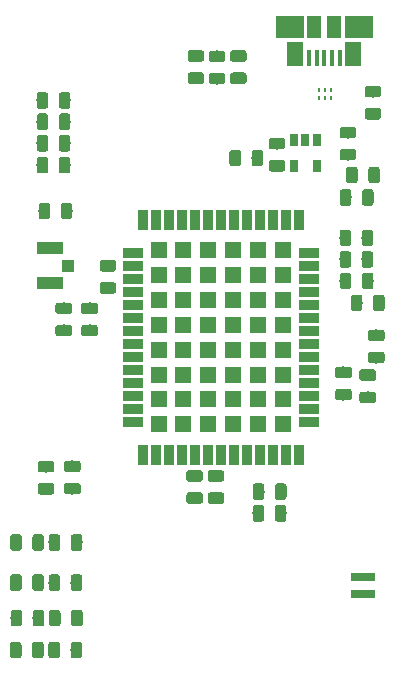
<source format=gbr>
G04 #@! TF.GenerationSoftware,KiCad,Pcbnew,(5.1.4)-1*
G04 #@! TF.CreationDate,2019-11-16T11:50:56-05:00*
G04 #@! TF.ProjectId,Feather-ZED-F9P-GPS,46656174-6865-4722-9d5a-45442d463950,rev?*
G04 #@! TF.SameCoordinates,Original*
G04 #@! TF.FileFunction,Paste,Top*
G04 #@! TF.FilePolarity,Positive*
%FSLAX46Y46*%
G04 Gerber Fmt 4.6, Leading zero omitted, Abs format (unit mm)*
G04 Created by KiCad (PCBNEW (5.1.4)-1) date 2019-11-16 11:50:56*
%MOMM*%
%LPD*%
G04 APERTURE LIST*
%ADD10R,0.650000X1.060000*%
%ADD11C,0.100000*%
%ADD12C,0.975000*%
%ADD13R,1.175000X1.900000*%
%ADD14R,2.375000X1.900000*%
%ADD15R,1.475000X2.100000*%
%ADD16R,0.450000X1.380000*%
%ADD17R,2.000000X0.800000*%
%ADD18R,2.200000X1.050000*%
%ADD19R,1.050000X1.000000*%
%ADD20R,1.800000X0.960000*%
%ADD21R,0.960000X1.800000*%
%ADD22R,1.320000X1.320000*%
%ADD23R,0.250000X0.325000*%
G04 APERTURE END LIST*
D10*
X74432200Y-57411800D03*
X72532200Y-57411800D03*
X72532200Y-55211800D03*
X73482200Y-55211800D03*
X74432200Y-55211800D03*
D11*
G36*
X79677342Y-50633474D02*
G01*
X79701003Y-50636984D01*
X79724207Y-50642796D01*
X79746729Y-50650854D01*
X79768353Y-50661082D01*
X79788870Y-50673379D01*
X79808083Y-50687629D01*
X79825807Y-50703693D01*
X79841871Y-50721417D01*
X79856121Y-50740630D01*
X79868418Y-50761147D01*
X79878646Y-50782771D01*
X79886704Y-50805293D01*
X79892516Y-50828497D01*
X79896026Y-50852158D01*
X79897200Y-50876050D01*
X79897200Y-51363550D01*
X79896026Y-51387442D01*
X79892516Y-51411103D01*
X79886704Y-51434307D01*
X79878646Y-51456829D01*
X79868418Y-51478453D01*
X79856121Y-51498970D01*
X79841871Y-51518183D01*
X79825807Y-51535907D01*
X79808083Y-51551971D01*
X79788870Y-51566221D01*
X79768353Y-51578518D01*
X79746729Y-51588746D01*
X79724207Y-51596804D01*
X79701003Y-51602616D01*
X79677342Y-51606126D01*
X79653450Y-51607300D01*
X78740950Y-51607300D01*
X78717058Y-51606126D01*
X78693397Y-51602616D01*
X78670193Y-51596804D01*
X78647671Y-51588746D01*
X78626047Y-51578518D01*
X78605530Y-51566221D01*
X78586317Y-51551971D01*
X78568593Y-51535907D01*
X78552529Y-51518183D01*
X78538279Y-51498970D01*
X78525982Y-51478453D01*
X78515754Y-51456829D01*
X78507696Y-51434307D01*
X78501884Y-51411103D01*
X78498374Y-51387442D01*
X78497200Y-51363550D01*
X78497200Y-50876050D01*
X78498374Y-50852158D01*
X78501884Y-50828497D01*
X78507696Y-50805293D01*
X78515754Y-50782771D01*
X78525982Y-50761147D01*
X78538279Y-50740630D01*
X78552529Y-50721417D01*
X78568593Y-50703693D01*
X78586317Y-50687629D01*
X78605530Y-50673379D01*
X78626047Y-50661082D01*
X78647671Y-50650854D01*
X78670193Y-50642796D01*
X78693397Y-50636984D01*
X78717058Y-50633474D01*
X78740950Y-50632300D01*
X79653450Y-50632300D01*
X79677342Y-50633474D01*
X79677342Y-50633474D01*
G37*
D12*
X79197200Y-51119800D03*
D11*
G36*
X79677342Y-52508474D02*
G01*
X79701003Y-52511984D01*
X79724207Y-52517796D01*
X79746729Y-52525854D01*
X79768353Y-52536082D01*
X79788870Y-52548379D01*
X79808083Y-52562629D01*
X79825807Y-52578693D01*
X79841871Y-52596417D01*
X79856121Y-52615630D01*
X79868418Y-52636147D01*
X79878646Y-52657771D01*
X79886704Y-52680293D01*
X79892516Y-52703497D01*
X79896026Y-52727158D01*
X79897200Y-52751050D01*
X79897200Y-53238550D01*
X79896026Y-53262442D01*
X79892516Y-53286103D01*
X79886704Y-53309307D01*
X79878646Y-53331829D01*
X79868418Y-53353453D01*
X79856121Y-53373970D01*
X79841871Y-53393183D01*
X79825807Y-53410907D01*
X79808083Y-53426971D01*
X79788870Y-53441221D01*
X79768353Y-53453518D01*
X79746729Y-53463746D01*
X79724207Y-53471804D01*
X79701003Y-53477616D01*
X79677342Y-53481126D01*
X79653450Y-53482300D01*
X78740950Y-53482300D01*
X78717058Y-53481126D01*
X78693397Y-53477616D01*
X78670193Y-53471804D01*
X78647671Y-53463746D01*
X78626047Y-53453518D01*
X78605530Y-53441221D01*
X78586317Y-53426971D01*
X78568593Y-53410907D01*
X78552529Y-53393183D01*
X78538279Y-53373970D01*
X78525982Y-53353453D01*
X78515754Y-53331829D01*
X78507696Y-53309307D01*
X78501884Y-53286103D01*
X78498374Y-53262442D01*
X78497200Y-53238550D01*
X78497200Y-52751050D01*
X78498374Y-52727158D01*
X78501884Y-52703497D01*
X78507696Y-52680293D01*
X78515754Y-52657771D01*
X78525982Y-52636147D01*
X78538279Y-52615630D01*
X78552529Y-52596417D01*
X78568593Y-52578693D01*
X78586317Y-52562629D01*
X78605530Y-52548379D01*
X78626047Y-52536082D01*
X78647671Y-52525854D01*
X78670193Y-52517796D01*
X78693397Y-52511984D01*
X78717058Y-52508474D01*
X78740950Y-52507300D01*
X79653450Y-52507300D01*
X79677342Y-52508474D01*
X79677342Y-52508474D01*
G37*
D12*
X79197200Y-52994800D03*
D11*
G36*
X79564142Y-57479874D02*
G01*
X79587803Y-57483384D01*
X79611007Y-57489196D01*
X79633529Y-57497254D01*
X79655153Y-57507482D01*
X79675670Y-57519779D01*
X79694883Y-57534029D01*
X79712607Y-57550093D01*
X79728671Y-57567817D01*
X79742921Y-57587030D01*
X79755218Y-57607547D01*
X79765446Y-57629171D01*
X79773504Y-57651693D01*
X79779316Y-57674897D01*
X79782826Y-57698558D01*
X79784000Y-57722450D01*
X79784000Y-58634950D01*
X79782826Y-58658842D01*
X79779316Y-58682503D01*
X79773504Y-58705707D01*
X79765446Y-58728229D01*
X79755218Y-58749853D01*
X79742921Y-58770370D01*
X79728671Y-58789583D01*
X79712607Y-58807307D01*
X79694883Y-58823371D01*
X79675670Y-58837621D01*
X79655153Y-58849918D01*
X79633529Y-58860146D01*
X79611007Y-58868204D01*
X79587803Y-58874016D01*
X79564142Y-58877526D01*
X79540250Y-58878700D01*
X79052750Y-58878700D01*
X79028858Y-58877526D01*
X79005197Y-58874016D01*
X78981993Y-58868204D01*
X78959471Y-58860146D01*
X78937847Y-58849918D01*
X78917330Y-58837621D01*
X78898117Y-58823371D01*
X78880393Y-58807307D01*
X78864329Y-58789583D01*
X78850079Y-58770370D01*
X78837782Y-58749853D01*
X78827554Y-58728229D01*
X78819496Y-58705707D01*
X78813684Y-58682503D01*
X78810174Y-58658842D01*
X78809000Y-58634950D01*
X78809000Y-57722450D01*
X78810174Y-57698558D01*
X78813684Y-57674897D01*
X78819496Y-57651693D01*
X78827554Y-57629171D01*
X78837782Y-57607547D01*
X78850079Y-57587030D01*
X78864329Y-57567817D01*
X78880393Y-57550093D01*
X78898117Y-57534029D01*
X78917330Y-57519779D01*
X78937847Y-57507482D01*
X78959471Y-57497254D01*
X78981993Y-57489196D01*
X79005197Y-57483384D01*
X79028858Y-57479874D01*
X79052750Y-57478700D01*
X79540250Y-57478700D01*
X79564142Y-57479874D01*
X79564142Y-57479874D01*
G37*
D12*
X79296500Y-58178700D03*
D11*
G36*
X77689142Y-57479874D02*
G01*
X77712803Y-57483384D01*
X77736007Y-57489196D01*
X77758529Y-57497254D01*
X77780153Y-57507482D01*
X77800670Y-57519779D01*
X77819883Y-57534029D01*
X77837607Y-57550093D01*
X77853671Y-57567817D01*
X77867921Y-57587030D01*
X77880218Y-57607547D01*
X77890446Y-57629171D01*
X77898504Y-57651693D01*
X77904316Y-57674897D01*
X77907826Y-57698558D01*
X77909000Y-57722450D01*
X77909000Y-58634950D01*
X77907826Y-58658842D01*
X77904316Y-58682503D01*
X77898504Y-58705707D01*
X77890446Y-58728229D01*
X77880218Y-58749853D01*
X77867921Y-58770370D01*
X77853671Y-58789583D01*
X77837607Y-58807307D01*
X77819883Y-58823371D01*
X77800670Y-58837621D01*
X77780153Y-58849918D01*
X77758529Y-58860146D01*
X77736007Y-58868204D01*
X77712803Y-58874016D01*
X77689142Y-58877526D01*
X77665250Y-58878700D01*
X77177750Y-58878700D01*
X77153858Y-58877526D01*
X77130197Y-58874016D01*
X77106993Y-58868204D01*
X77084471Y-58860146D01*
X77062847Y-58849918D01*
X77042330Y-58837621D01*
X77023117Y-58823371D01*
X77005393Y-58807307D01*
X76989329Y-58789583D01*
X76975079Y-58770370D01*
X76962782Y-58749853D01*
X76952554Y-58728229D01*
X76944496Y-58705707D01*
X76938684Y-58682503D01*
X76935174Y-58658842D01*
X76934000Y-58634950D01*
X76934000Y-57722450D01*
X76935174Y-57698558D01*
X76938684Y-57674897D01*
X76944496Y-57651693D01*
X76952554Y-57629171D01*
X76962782Y-57607547D01*
X76975079Y-57587030D01*
X76989329Y-57567817D01*
X77005393Y-57550093D01*
X77023117Y-57534029D01*
X77042330Y-57519779D01*
X77062847Y-57507482D01*
X77084471Y-57497254D01*
X77106993Y-57489196D01*
X77130197Y-57483384D01*
X77153858Y-57479874D01*
X77177750Y-57478700D01*
X77665250Y-57478700D01*
X77689142Y-57479874D01*
X77689142Y-57479874D01*
G37*
D12*
X77421500Y-58178700D03*
D11*
G36*
X79030742Y-59384874D02*
G01*
X79054403Y-59388384D01*
X79077607Y-59394196D01*
X79100129Y-59402254D01*
X79121753Y-59412482D01*
X79142270Y-59424779D01*
X79161483Y-59439029D01*
X79179207Y-59455093D01*
X79195271Y-59472817D01*
X79209521Y-59492030D01*
X79221818Y-59512547D01*
X79232046Y-59534171D01*
X79240104Y-59556693D01*
X79245916Y-59579897D01*
X79249426Y-59603558D01*
X79250600Y-59627450D01*
X79250600Y-60539950D01*
X79249426Y-60563842D01*
X79245916Y-60587503D01*
X79240104Y-60610707D01*
X79232046Y-60633229D01*
X79221818Y-60654853D01*
X79209521Y-60675370D01*
X79195271Y-60694583D01*
X79179207Y-60712307D01*
X79161483Y-60728371D01*
X79142270Y-60742621D01*
X79121753Y-60754918D01*
X79100129Y-60765146D01*
X79077607Y-60773204D01*
X79054403Y-60779016D01*
X79030742Y-60782526D01*
X79006850Y-60783700D01*
X78519350Y-60783700D01*
X78495458Y-60782526D01*
X78471797Y-60779016D01*
X78448593Y-60773204D01*
X78426071Y-60765146D01*
X78404447Y-60754918D01*
X78383930Y-60742621D01*
X78364717Y-60728371D01*
X78346993Y-60712307D01*
X78330929Y-60694583D01*
X78316679Y-60675370D01*
X78304382Y-60654853D01*
X78294154Y-60633229D01*
X78286096Y-60610707D01*
X78280284Y-60587503D01*
X78276774Y-60563842D01*
X78275600Y-60539950D01*
X78275600Y-59627450D01*
X78276774Y-59603558D01*
X78280284Y-59579897D01*
X78286096Y-59556693D01*
X78294154Y-59534171D01*
X78304382Y-59512547D01*
X78316679Y-59492030D01*
X78330929Y-59472817D01*
X78346993Y-59455093D01*
X78364717Y-59439029D01*
X78383930Y-59424779D01*
X78404447Y-59412482D01*
X78426071Y-59402254D01*
X78448593Y-59394196D01*
X78471797Y-59388384D01*
X78495458Y-59384874D01*
X78519350Y-59383700D01*
X79006850Y-59383700D01*
X79030742Y-59384874D01*
X79030742Y-59384874D01*
G37*
D12*
X78763100Y-60083700D03*
D11*
G36*
X77155742Y-59384874D02*
G01*
X77179403Y-59388384D01*
X77202607Y-59394196D01*
X77225129Y-59402254D01*
X77246753Y-59412482D01*
X77267270Y-59424779D01*
X77286483Y-59439029D01*
X77304207Y-59455093D01*
X77320271Y-59472817D01*
X77334521Y-59492030D01*
X77346818Y-59512547D01*
X77357046Y-59534171D01*
X77365104Y-59556693D01*
X77370916Y-59579897D01*
X77374426Y-59603558D01*
X77375600Y-59627450D01*
X77375600Y-60539950D01*
X77374426Y-60563842D01*
X77370916Y-60587503D01*
X77365104Y-60610707D01*
X77357046Y-60633229D01*
X77346818Y-60654853D01*
X77334521Y-60675370D01*
X77320271Y-60694583D01*
X77304207Y-60712307D01*
X77286483Y-60728371D01*
X77267270Y-60742621D01*
X77246753Y-60754918D01*
X77225129Y-60765146D01*
X77202607Y-60773204D01*
X77179403Y-60779016D01*
X77155742Y-60782526D01*
X77131850Y-60783700D01*
X76644350Y-60783700D01*
X76620458Y-60782526D01*
X76596797Y-60779016D01*
X76573593Y-60773204D01*
X76551071Y-60765146D01*
X76529447Y-60754918D01*
X76508930Y-60742621D01*
X76489717Y-60728371D01*
X76471993Y-60712307D01*
X76455929Y-60694583D01*
X76441679Y-60675370D01*
X76429382Y-60654853D01*
X76419154Y-60633229D01*
X76411096Y-60610707D01*
X76405284Y-60587503D01*
X76401774Y-60563842D01*
X76400600Y-60539950D01*
X76400600Y-59627450D01*
X76401774Y-59603558D01*
X76405284Y-59579897D01*
X76411096Y-59556693D01*
X76419154Y-59534171D01*
X76429382Y-59512547D01*
X76441679Y-59492030D01*
X76455929Y-59472817D01*
X76471993Y-59455093D01*
X76489717Y-59439029D01*
X76508930Y-59424779D01*
X76529447Y-59412482D01*
X76551071Y-59402254D01*
X76573593Y-59394196D01*
X76596797Y-59388384D01*
X76620458Y-59384874D01*
X76644350Y-59383700D01*
X77131850Y-59383700D01*
X77155742Y-59384874D01*
X77155742Y-59384874D01*
G37*
D12*
X76888100Y-60083700D03*
D11*
G36*
X77556442Y-55975574D02*
G01*
X77580103Y-55979084D01*
X77603307Y-55984896D01*
X77625829Y-55992954D01*
X77647453Y-56003182D01*
X77667970Y-56015479D01*
X77687183Y-56029729D01*
X77704907Y-56045793D01*
X77720971Y-56063517D01*
X77735221Y-56082730D01*
X77747518Y-56103247D01*
X77757746Y-56124871D01*
X77765804Y-56147393D01*
X77771616Y-56170597D01*
X77775126Y-56194258D01*
X77776300Y-56218150D01*
X77776300Y-56705650D01*
X77775126Y-56729542D01*
X77771616Y-56753203D01*
X77765804Y-56776407D01*
X77757746Y-56798929D01*
X77747518Y-56820553D01*
X77735221Y-56841070D01*
X77720971Y-56860283D01*
X77704907Y-56878007D01*
X77687183Y-56894071D01*
X77667970Y-56908321D01*
X77647453Y-56920618D01*
X77625829Y-56930846D01*
X77603307Y-56938904D01*
X77580103Y-56944716D01*
X77556442Y-56948226D01*
X77532550Y-56949400D01*
X76620050Y-56949400D01*
X76596158Y-56948226D01*
X76572497Y-56944716D01*
X76549293Y-56938904D01*
X76526771Y-56930846D01*
X76505147Y-56920618D01*
X76484630Y-56908321D01*
X76465417Y-56894071D01*
X76447693Y-56878007D01*
X76431629Y-56860283D01*
X76417379Y-56841070D01*
X76405082Y-56820553D01*
X76394854Y-56798929D01*
X76386796Y-56776407D01*
X76380984Y-56753203D01*
X76377474Y-56729542D01*
X76376300Y-56705650D01*
X76376300Y-56218150D01*
X76377474Y-56194258D01*
X76380984Y-56170597D01*
X76386796Y-56147393D01*
X76394854Y-56124871D01*
X76405082Y-56103247D01*
X76417379Y-56082730D01*
X76431629Y-56063517D01*
X76447693Y-56045793D01*
X76465417Y-56029729D01*
X76484630Y-56015479D01*
X76505147Y-56003182D01*
X76526771Y-55992954D01*
X76549293Y-55984896D01*
X76572497Y-55979084D01*
X76596158Y-55975574D01*
X76620050Y-55974400D01*
X77532550Y-55974400D01*
X77556442Y-55975574D01*
X77556442Y-55975574D01*
G37*
D12*
X77076300Y-56461900D03*
D11*
G36*
X77556442Y-54100574D02*
G01*
X77580103Y-54104084D01*
X77603307Y-54109896D01*
X77625829Y-54117954D01*
X77647453Y-54128182D01*
X77667970Y-54140479D01*
X77687183Y-54154729D01*
X77704907Y-54170793D01*
X77720971Y-54188517D01*
X77735221Y-54207730D01*
X77747518Y-54228247D01*
X77757746Y-54249871D01*
X77765804Y-54272393D01*
X77771616Y-54295597D01*
X77775126Y-54319258D01*
X77776300Y-54343150D01*
X77776300Y-54830650D01*
X77775126Y-54854542D01*
X77771616Y-54878203D01*
X77765804Y-54901407D01*
X77757746Y-54923929D01*
X77747518Y-54945553D01*
X77735221Y-54966070D01*
X77720971Y-54985283D01*
X77704907Y-55003007D01*
X77687183Y-55019071D01*
X77667970Y-55033321D01*
X77647453Y-55045618D01*
X77625829Y-55055846D01*
X77603307Y-55063904D01*
X77580103Y-55069716D01*
X77556442Y-55073226D01*
X77532550Y-55074400D01*
X76620050Y-55074400D01*
X76596158Y-55073226D01*
X76572497Y-55069716D01*
X76549293Y-55063904D01*
X76526771Y-55055846D01*
X76505147Y-55045618D01*
X76484630Y-55033321D01*
X76465417Y-55019071D01*
X76447693Y-55003007D01*
X76431629Y-54985283D01*
X76417379Y-54966070D01*
X76405082Y-54945553D01*
X76394854Y-54923929D01*
X76386796Y-54901407D01*
X76380984Y-54878203D01*
X76377474Y-54854542D01*
X76376300Y-54830650D01*
X76376300Y-54343150D01*
X76377474Y-54319258D01*
X76380984Y-54295597D01*
X76386796Y-54272393D01*
X76394854Y-54249871D01*
X76405082Y-54228247D01*
X76417379Y-54207730D01*
X76431629Y-54188517D01*
X76447693Y-54170793D01*
X76465417Y-54154729D01*
X76484630Y-54140479D01*
X76505147Y-54128182D01*
X76526771Y-54117954D01*
X76549293Y-54109896D01*
X76572497Y-54104084D01*
X76596158Y-54100574D01*
X76620050Y-54099400D01*
X77532550Y-54099400D01*
X77556442Y-54100574D01*
X77556442Y-54100574D01*
G37*
D12*
X77076300Y-54586900D03*
D13*
X74242400Y-45624900D03*
X75922400Y-45624900D03*
D14*
X72172400Y-45624900D03*
X77992400Y-45624900D03*
D15*
X72619900Y-47924900D03*
X77544900Y-47924900D03*
D16*
X73782400Y-48284900D03*
X74432400Y-48284900D03*
X75082400Y-48284900D03*
X75732400Y-48284900D03*
X76382400Y-48284900D03*
D11*
G36*
X79970542Y-68300274D02*
G01*
X79994203Y-68303784D01*
X80017407Y-68309596D01*
X80039929Y-68317654D01*
X80061553Y-68327882D01*
X80082070Y-68340179D01*
X80101283Y-68354429D01*
X80119007Y-68370493D01*
X80135071Y-68388217D01*
X80149321Y-68407430D01*
X80161618Y-68427947D01*
X80171846Y-68449571D01*
X80179904Y-68472093D01*
X80185716Y-68495297D01*
X80189226Y-68518958D01*
X80190400Y-68542850D01*
X80190400Y-69455350D01*
X80189226Y-69479242D01*
X80185716Y-69502903D01*
X80179904Y-69526107D01*
X80171846Y-69548629D01*
X80161618Y-69570253D01*
X80149321Y-69590770D01*
X80135071Y-69609983D01*
X80119007Y-69627707D01*
X80101283Y-69643771D01*
X80082070Y-69658021D01*
X80061553Y-69670318D01*
X80039929Y-69680546D01*
X80017407Y-69688604D01*
X79994203Y-69694416D01*
X79970542Y-69697926D01*
X79946650Y-69699100D01*
X79459150Y-69699100D01*
X79435258Y-69697926D01*
X79411597Y-69694416D01*
X79388393Y-69688604D01*
X79365871Y-69680546D01*
X79344247Y-69670318D01*
X79323730Y-69658021D01*
X79304517Y-69643771D01*
X79286793Y-69627707D01*
X79270729Y-69609983D01*
X79256479Y-69590770D01*
X79244182Y-69570253D01*
X79233954Y-69548629D01*
X79225896Y-69526107D01*
X79220084Y-69502903D01*
X79216574Y-69479242D01*
X79215400Y-69455350D01*
X79215400Y-68542850D01*
X79216574Y-68518958D01*
X79220084Y-68495297D01*
X79225896Y-68472093D01*
X79233954Y-68449571D01*
X79244182Y-68427947D01*
X79256479Y-68407430D01*
X79270729Y-68388217D01*
X79286793Y-68370493D01*
X79304517Y-68354429D01*
X79323730Y-68340179D01*
X79344247Y-68327882D01*
X79365871Y-68317654D01*
X79388393Y-68309596D01*
X79411597Y-68303784D01*
X79435258Y-68300274D01*
X79459150Y-68299100D01*
X79946650Y-68299100D01*
X79970542Y-68300274D01*
X79970542Y-68300274D01*
G37*
D12*
X79702900Y-68999100D03*
D11*
G36*
X78095542Y-68300274D02*
G01*
X78119203Y-68303784D01*
X78142407Y-68309596D01*
X78164929Y-68317654D01*
X78186553Y-68327882D01*
X78207070Y-68340179D01*
X78226283Y-68354429D01*
X78244007Y-68370493D01*
X78260071Y-68388217D01*
X78274321Y-68407430D01*
X78286618Y-68427947D01*
X78296846Y-68449571D01*
X78304904Y-68472093D01*
X78310716Y-68495297D01*
X78314226Y-68518958D01*
X78315400Y-68542850D01*
X78315400Y-69455350D01*
X78314226Y-69479242D01*
X78310716Y-69502903D01*
X78304904Y-69526107D01*
X78296846Y-69548629D01*
X78286618Y-69570253D01*
X78274321Y-69590770D01*
X78260071Y-69609983D01*
X78244007Y-69627707D01*
X78226283Y-69643771D01*
X78207070Y-69658021D01*
X78186553Y-69670318D01*
X78164929Y-69680546D01*
X78142407Y-69688604D01*
X78119203Y-69694416D01*
X78095542Y-69697926D01*
X78071650Y-69699100D01*
X77584150Y-69699100D01*
X77560258Y-69697926D01*
X77536597Y-69694416D01*
X77513393Y-69688604D01*
X77490871Y-69680546D01*
X77469247Y-69670318D01*
X77448730Y-69658021D01*
X77429517Y-69643771D01*
X77411793Y-69627707D01*
X77395729Y-69609983D01*
X77381479Y-69590770D01*
X77369182Y-69570253D01*
X77358954Y-69548629D01*
X77350896Y-69526107D01*
X77345084Y-69502903D01*
X77341574Y-69479242D01*
X77340400Y-69455350D01*
X77340400Y-68542850D01*
X77341574Y-68518958D01*
X77345084Y-68495297D01*
X77350896Y-68472093D01*
X77358954Y-68449571D01*
X77369182Y-68427947D01*
X77381479Y-68407430D01*
X77395729Y-68388217D01*
X77411793Y-68370493D01*
X77429517Y-68354429D01*
X77448730Y-68340179D01*
X77469247Y-68327882D01*
X77490871Y-68317654D01*
X77513393Y-68309596D01*
X77536597Y-68303784D01*
X77560258Y-68300274D01*
X77584150Y-68299100D01*
X78071650Y-68299100D01*
X78095542Y-68300274D01*
X78095542Y-68300274D01*
G37*
D12*
X77827900Y-68999100D03*
D11*
G36*
X54239242Y-84245774D02*
G01*
X54262903Y-84249284D01*
X54286107Y-84255096D01*
X54308629Y-84263154D01*
X54330253Y-84273382D01*
X54350770Y-84285679D01*
X54369983Y-84299929D01*
X54387707Y-84315993D01*
X54403771Y-84333717D01*
X54418021Y-84352930D01*
X54430318Y-84373447D01*
X54440546Y-84395071D01*
X54448604Y-84417593D01*
X54454416Y-84440797D01*
X54457926Y-84464458D01*
X54459100Y-84488350D01*
X54459100Y-84975850D01*
X54457926Y-84999742D01*
X54454416Y-85023403D01*
X54448604Y-85046607D01*
X54440546Y-85069129D01*
X54430318Y-85090753D01*
X54418021Y-85111270D01*
X54403771Y-85130483D01*
X54387707Y-85148207D01*
X54369983Y-85164271D01*
X54350770Y-85178521D01*
X54330253Y-85190818D01*
X54308629Y-85201046D01*
X54286107Y-85209104D01*
X54262903Y-85214916D01*
X54239242Y-85218426D01*
X54215350Y-85219600D01*
X53302850Y-85219600D01*
X53278958Y-85218426D01*
X53255297Y-85214916D01*
X53232093Y-85209104D01*
X53209571Y-85201046D01*
X53187947Y-85190818D01*
X53167430Y-85178521D01*
X53148217Y-85164271D01*
X53130493Y-85148207D01*
X53114429Y-85130483D01*
X53100179Y-85111270D01*
X53087882Y-85090753D01*
X53077654Y-85069129D01*
X53069596Y-85046607D01*
X53063784Y-85023403D01*
X53060274Y-84999742D01*
X53059100Y-84975850D01*
X53059100Y-84488350D01*
X53060274Y-84464458D01*
X53063784Y-84440797D01*
X53069596Y-84417593D01*
X53077654Y-84395071D01*
X53087882Y-84373447D01*
X53100179Y-84352930D01*
X53114429Y-84333717D01*
X53130493Y-84315993D01*
X53148217Y-84299929D01*
X53167430Y-84285679D01*
X53187947Y-84273382D01*
X53209571Y-84263154D01*
X53232093Y-84255096D01*
X53255297Y-84249284D01*
X53278958Y-84245774D01*
X53302850Y-84244600D01*
X54215350Y-84244600D01*
X54239242Y-84245774D01*
X54239242Y-84245774D01*
G37*
D12*
X53759100Y-84732100D03*
D11*
G36*
X54239242Y-82370774D02*
G01*
X54262903Y-82374284D01*
X54286107Y-82380096D01*
X54308629Y-82388154D01*
X54330253Y-82398382D01*
X54350770Y-82410679D01*
X54369983Y-82424929D01*
X54387707Y-82440993D01*
X54403771Y-82458717D01*
X54418021Y-82477930D01*
X54430318Y-82498447D01*
X54440546Y-82520071D01*
X54448604Y-82542593D01*
X54454416Y-82565797D01*
X54457926Y-82589458D01*
X54459100Y-82613350D01*
X54459100Y-83100850D01*
X54457926Y-83124742D01*
X54454416Y-83148403D01*
X54448604Y-83171607D01*
X54440546Y-83194129D01*
X54430318Y-83215753D01*
X54418021Y-83236270D01*
X54403771Y-83255483D01*
X54387707Y-83273207D01*
X54369983Y-83289271D01*
X54350770Y-83303521D01*
X54330253Y-83315818D01*
X54308629Y-83326046D01*
X54286107Y-83334104D01*
X54262903Y-83339916D01*
X54239242Y-83343426D01*
X54215350Y-83344600D01*
X53302850Y-83344600D01*
X53278958Y-83343426D01*
X53255297Y-83339916D01*
X53232093Y-83334104D01*
X53209571Y-83326046D01*
X53187947Y-83315818D01*
X53167430Y-83303521D01*
X53148217Y-83289271D01*
X53130493Y-83273207D01*
X53114429Y-83255483D01*
X53100179Y-83236270D01*
X53087882Y-83215753D01*
X53077654Y-83194129D01*
X53069596Y-83171607D01*
X53063784Y-83148403D01*
X53060274Y-83124742D01*
X53059100Y-83100850D01*
X53059100Y-82613350D01*
X53060274Y-82589458D01*
X53063784Y-82565797D01*
X53069596Y-82542593D01*
X53077654Y-82520071D01*
X53087882Y-82498447D01*
X53100179Y-82477930D01*
X53114429Y-82458717D01*
X53130493Y-82440993D01*
X53148217Y-82424929D01*
X53167430Y-82410679D01*
X53187947Y-82398382D01*
X53209571Y-82388154D01*
X53232093Y-82380096D01*
X53255297Y-82374284D01*
X53278958Y-82370774D01*
X53302850Y-82369600D01*
X54215350Y-82369600D01*
X54239242Y-82370774D01*
X54239242Y-82370774D01*
G37*
D12*
X53759100Y-82857100D03*
D11*
G36*
X52004042Y-84258474D02*
G01*
X52027703Y-84261984D01*
X52050907Y-84267796D01*
X52073429Y-84275854D01*
X52095053Y-84286082D01*
X52115570Y-84298379D01*
X52134783Y-84312629D01*
X52152507Y-84328693D01*
X52168571Y-84346417D01*
X52182821Y-84365630D01*
X52195118Y-84386147D01*
X52205346Y-84407771D01*
X52213404Y-84430293D01*
X52219216Y-84453497D01*
X52222726Y-84477158D01*
X52223900Y-84501050D01*
X52223900Y-84988550D01*
X52222726Y-85012442D01*
X52219216Y-85036103D01*
X52213404Y-85059307D01*
X52205346Y-85081829D01*
X52195118Y-85103453D01*
X52182821Y-85123970D01*
X52168571Y-85143183D01*
X52152507Y-85160907D01*
X52134783Y-85176971D01*
X52115570Y-85191221D01*
X52095053Y-85203518D01*
X52073429Y-85213746D01*
X52050907Y-85221804D01*
X52027703Y-85227616D01*
X52004042Y-85231126D01*
X51980150Y-85232300D01*
X51067650Y-85232300D01*
X51043758Y-85231126D01*
X51020097Y-85227616D01*
X50996893Y-85221804D01*
X50974371Y-85213746D01*
X50952747Y-85203518D01*
X50932230Y-85191221D01*
X50913017Y-85176971D01*
X50895293Y-85160907D01*
X50879229Y-85143183D01*
X50864979Y-85123970D01*
X50852682Y-85103453D01*
X50842454Y-85081829D01*
X50834396Y-85059307D01*
X50828584Y-85036103D01*
X50825074Y-85012442D01*
X50823900Y-84988550D01*
X50823900Y-84501050D01*
X50825074Y-84477158D01*
X50828584Y-84453497D01*
X50834396Y-84430293D01*
X50842454Y-84407771D01*
X50852682Y-84386147D01*
X50864979Y-84365630D01*
X50879229Y-84346417D01*
X50895293Y-84328693D01*
X50913017Y-84312629D01*
X50932230Y-84298379D01*
X50952747Y-84286082D01*
X50974371Y-84275854D01*
X50996893Y-84267796D01*
X51020097Y-84261984D01*
X51043758Y-84258474D01*
X51067650Y-84257300D01*
X51980150Y-84257300D01*
X52004042Y-84258474D01*
X52004042Y-84258474D01*
G37*
D12*
X51523900Y-84744800D03*
D11*
G36*
X52004042Y-82383474D02*
G01*
X52027703Y-82386984D01*
X52050907Y-82392796D01*
X52073429Y-82400854D01*
X52095053Y-82411082D01*
X52115570Y-82423379D01*
X52134783Y-82437629D01*
X52152507Y-82453693D01*
X52168571Y-82471417D01*
X52182821Y-82490630D01*
X52195118Y-82511147D01*
X52205346Y-82532771D01*
X52213404Y-82555293D01*
X52219216Y-82578497D01*
X52222726Y-82602158D01*
X52223900Y-82626050D01*
X52223900Y-83113550D01*
X52222726Y-83137442D01*
X52219216Y-83161103D01*
X52213404Y-83184307D01*
X52205346Y-83206829D01*
X52195118Y-83228453D01*
X52182821Y-83248970D01*
X52168571Y-83268183D01*
X52152507Y-83285907D01*
X52134783Y-83301971D01*
X52115570Y-83316221D01*
X52095053Y-83328518D01*
X52073429Y-83338746D01*
X52050907Y-83346804D01*
X52027703Y-83352616D01*
X52004042Y-83356126D01*
X51980150Y-83357300D01*
X51067650Y-83357300D01*
X51043758Y-83356126D01*
X51020097Y-83352616D01*
X50996893Y-83346804D01*
X50974371Y-83338746D01*
X50952747Y-83328518D01*
X50932230Y-83316221D01*
X50913017Y-83301971D01*
X50895293Y-83285907D01*
X50879229Y-83268183D01*
X50864979Y-83248970D01*
X50852682Y-83228453D01*
X50842454Y-83206829D01*
X50834396Y-83184307D01*
X50828584Y-83161103D01*
X50825074Y-83137442D01*
X50823900Y-83113550D01*
X50823900Y-82626050D01*
X50825074Y-82602158D01*
X50828584Y-82578497D01*
X50834396Y-82555293D01*
X50842454Y-82532771D01*
X50852682Y-82511147D01*
X50864979Y-82490630D01*
X50879229Y-82471417D01*
X50895293Y-82453693D01*
X50913017Y-82437629D01*
X50932230Y-82423379D01*
X50952747Y-82411082D01*
X50974371Y-82400854D01*
X50996893Y-82392796D01*
X51020097Y-82386984D01*
X51043758Y-82383474D01*
X51067650Y-82382300D01*
X51980150Y-82382300D01*
X52004042Y-82383474D01*
X52004042Y-82383474D01*
G37*
D12*
X51523900Y-82869800D03*
D11*
G36*
X66482042Y-49523974D02*
G01*
X66505703Y-49527484D01*
X66528907Y-49533296D01*
X66551429Y-49541354D01*
X66573053Y-49551582D01*
X66593570Y-49563879D01*
X66612783Y-49578129D01*
X66630507Y-49594193D01*
X66646571Y-49611917D01*
X66660821Y-49631130D01*
X66673118Y-49651647D01*
X66683346Y-49673271D01*
X66691404Y-49695793D01*
X66697216Y-49718997D01*
X66700726Y-49742658D01*
X66701900Y-49766550D01*
X66701900Y-50254050D01*
X66700726Y-50277942D01*
X66697216Y-50301603D01*
X66691404Y-50324807D01*
X66683346Y-50347329D01*
X66673118Y-50368953D01*
X66660821Y-50389470D01*
X66646571Y-50408683D01*
X66630507Y-50426407D01*
X66612783Y-50442471D01*
X66593570Y-50456721D01*
X66573053Y-50469018D01*
X66551429Y-50479246D01*
X66528907Y-50487304D01*
X66505703Y-50493116D01*
X66482042Y-50496626D01*
X66458150Y-50497800D01*
X65545650Y-50497800D01*
X65521758Y-50496626D01*
X65498097Y-50493116D01*
X65474893Y-50487304D01*
X65452371Y-50479246D01*
X65430747Y-50469018D01*
X65410230Y-50456721D01*
X65391017Y-50442471D01*
X65373293Y-50426407D01*
X65357229Y-50408683D01*
X65342979Y-50389470D01*
X65330682Y-50368953D01*
X65320454Y-50347329D01*
X65312396Y-50324807D01*
X65306584Y-50301603D01*
X65303074Y-50277942D01*
X65301900Y-50254050D01*
X65301900Y-49766550D01*
X65303074Y-49742658D01*
X65306584Y-49718997D01*
X65312396Y-49695793D01*
X65320454Y-49673271D01*
X65330682Y-49651647D01*
X65342979Y-49631130D01*
X65357229Y-49611917D01*
X65373293Y-49594193D01*
X65391017Y-49578129D01*
X65410230Y-49563879D01*
X65430747Y-49551582D01*
X65452371Y-49541354D01*
X65474893Y-49533296D01*
X65498097Y-49527484D01*
X65521758Y-49523974D01*
X65545650Y-49522800D01*
X66458150Y-49522800D01*
X66482042Y-49523974D01*
X66482042Y-49523974D01*
G37*
D12*
X66001900Y-50010300D03*
D11*
G36*
X66482042Y-47648974D02*
G01*
X66505703Y-47652484D01*
X66528907Y-47658296D01*
X66551429Y-47666354D01*
X66573053Y-47676582D01*
X66593570Y-47688879D01*
X66612783Y-47703129D01*
X66630507Y-47719193D01*
X66646571Y-47736917D01*
X66660821Y-47756130D01*
X66673118Y-47776647D01*
X66683346Y-47798271D01*
X66691404Y-47820793D01*
X66697216Y-47843997D01*
X66700726Y-47867658D01*
X66701900Y-47891550D01*
X66701900Y-48379050D01*
X66700726Y-48402942D01*
X66697216Y-48426603D01*
X66691404Y-48449807D01*
X66683346Y-48472329D01*
X66673118Y-48493953D01*
X66660821Y-48514470D01*
X66646571Y-48533683D01*
X66630507Y-48551407D01*
X66612783Y-48567471D01*
X66593570Y-48581721D01*
X66573053Y-48594018D01*
X66551429Y-48604246D01*
X66528907Y-48612304D01*
X66505703Y-48618116D01*
X66482042Y-48621626D01*
X66458150Y-48622800D01*
X65545650Y-48622800D01*
X65521758Y-48621626D01*
X65498097Y-48618116D01*
X65474893Y-48612304D01*
X65452371Y-48604246D01*
X65430747Y-48594018D01*
X65410230Y-48581721D01*
X65391017Y-48567471D01*
X65373293Y-48551407D01*
X65357229Y-48533683D01*
X65342979Y-48514470D01*
X65330682Y-48493953D01*
X65320454Y-48472329D01*
X65312396Y-48449807D01*
X65306584Y-48426603D01*
X65303074Y-48402942D01*
X65301900Y-48379050D01*
X65301900Y-47891550D01*
X65303074Y-47867658D01*
X65306584Y-47843997D01*
X65312396Y-47820793D01*
X65320454Y-47798271D01*
X65330682Y-47776647D01*
X65342979Y-47756130D01*
X65357229Y-47736917D01*
X65373293Y-47719193D01*
X65391017Y-47703129D01*
X65410230Y-47688879D01*
X65430747Y-47676582D01*
X65452371Y-47666354D01*
X65474893Y-47658296D01*
X65498097Y-47652484D01*
X65521758Y-47648974D01*
X65545650Y-47647800D01*
X66458150Y-47647800D01*
X66482042Y-47648974D01*
X66482042Y-47648974D01*
G37*
D12*
X66001900Y-48135300D03*
D11*
G36*
X53529142Y-60527874D02*
G01*
X53552803Y-60531384D01*
X53576007Y-60537196D01*
X53598529Y-60545254D01*
X53620153Y-60555482D01*
X53640670Y-60567779D01*
X53659883Y-60582029D01*
X53677607Y-60598093D01*
X53693671Y-60615817D01*
X53707921Y-60635030D01*
X53720218Y-60655547D01*
X53730446Y-60677171D01*
X53738504Y-60699693D01*
X53744316Y-60722897D01*
X53747826Y-60746558D01*
X53749000Y-60770450D01*
X53749000Y-61682950D01*
X53747826Y-61706842D01*
X53744316Y-61730503D01*
X53738504Y-61753707D01*
X53730446Y-61776229D01*
X53720218Y-61797853D01*
X53707921Y-61818370D01*
X53693671Y-61837583D01*
X53677607Y-61855307D01*
X53659883Y-61871371D01*
X53640670Y-61885621D01*
X53620153Y-61897918D01*
X53598529Y-61908146D01*
X53576007Y-61916204D01*
X53552803Y-61922016D01*
X53529142Y-61925526D01*
X53505250Y-61926700D01*
X53017750Y-61926700D01*
X52993858Y-61925526D01*
X52970197Y-61922016D01*
X52946993Y-61916204D01*
X52924471Y-61908146D01*
X52902847Y-61897918D01*
X52882330Y-61885621D01*
X52863117Y-61871371D01*
X52845393Y-61855307D01*
X52829329Y-61837583D01*
X52815079Y-61818370D01*
X52802782Y-61797853D01*
X52792554Y-61776229D01*
X52784496Y-61753707D01*
X52778684Y-61730503D01*
X52775174Y-61706842D01*
X52774000Y-61682950D01*
X52774000Y-60770450D01*
X52775174Y-60746558D01*
X52778684Y-60722897D01*
X52784496Y-60699693D01*
X52792554Y-60677171D01*
X52802782Y-60655547D01*
X52815079Y-60635030D01*
X52829329Y-60615817D01*
X52845393Y-60598093D01*
X52863117Y-60582029D01*
X52882330Y-60567779D01*
X52902847Y-60555482D01*
X52924471Y-60545254D01*
X52946993Y-60537196D01*
X52970197Y-60531384D01*
X52993858Y-60527874D01*
X53017750Y-60526700D01*
X53505250Y-60526700D01*
X53529142Y-60527874D01*
X53529142Y-60527874D01*
G37*
D12*
X53261500Y-61226700D03*
D11*
G36*
X51654142Y-60527874D02*
G01*
X51677803Y-60531384D01*
X51701007Y-60537196D01*
X51723529Y-60545254D01*
X51745153Y-60555482D01*
X51765670Y-60567779D01*
X51784883Y-60582029D01*
X51802607Y-60598093D01*
X51818671Y-60615817D01*
X51832921Y-60635030D01*
X51845218Y-60655547D01*
X51855446Y-60677171D01*
X51863504Y-60699693D01*
X51869316Y-60722897D01*
X51872826Y-60746558D01*
X51874000Y-60770450D01*
X51874000Y-61682950D01*
X51872826Y-61706842D01*
X51869316Y-61730503D01*
X51863504Y-61753707D01*
X51855446Y-61776229D01*
X51845218Y-61797853D01*
X51832921Y-61818370D01*
X51818671Y-61837583D01*
X51802607Y-61855307D01*
X51784883Y-61871371D01*
X51765670Y-61885621D01*
X51745153Y-61897918D01*
X51723529Y-61908146D01*
X51701007Y-61916204D01*
X51677803Y-61922016D01*
X51654142Y-61925526D01*
X51630250Y-61926700D01*
X51142750Y-61926700D01*
X51118858Y-61925526D01*
X51095197Y-61922016D01*
X51071993Y-61916204D01*
X51049471Y-61908146D01*
X51027847Y-61897918D01*
X51007330Y-61885621D01*
X50988117Y-61871371D01*
X50970393Y-61855307D01*
X50954329Y-61837583D01*
X50940079Y-61818370D01*
X50927782Y-61797853D01*
X50917554Y-61776229D01*
X50909496Y-61753707D01*
X50903684Y-61730503D01*
X50900174Y-61706842D01*
X50899000Y-61682950D01*
X50899000Y-60770450D01*
X50900174Y-60746558D01*
X50903684Y-60722897D01*
X50909496Y-60699693D01*
X50917554Y-60677171D01*
X50927782Y-60655547D01*
X50940079Y-60635030D01*
X50954329Y-60615817D01*
X50970393Y-60598093D01*
X50988117Y-60582029D01*
X51007330Y-60567779D01*
X51027847Y-60555482D01*
X51049471Y-60545254D01*
X51071993Y-60537196D01*
X51095197Y-60531384D01*
X51118858Y-60527874D01*
X51142750Y-60526700D01*
X51630250Y-60526700D01*
X51654142Y-60527874D01*
X51654142Y-60527874D01*
G37*
D12*
X51386500Y-61226700D03*
D11*
G36*
X64589742Y-83170874D02*
G01*
X64613403Y-83174384D01*
X64636607Y-83180196D01*
X64659129Y-83188254D01*
X64680753Y-83198482D01*
X64701270Y-83210779D01*
X64720483Y-83225029D01*
X64738207Y-83241093D01*
X64754271Y-83258817D01*
X64768521Y-83278030D01*
X64780818Y-83298547D01*
X64791046Y-83320171D01*
X64799104Y-83342693D01*
X64804916Y-83365897D01*
X64808426Y-83389558D01*
X64809600Y-83413450D01*
X64809600Y-83900950D01*
X64808426Y-83924842D01*
X64804916Y-83948503D01*
X64799104Y-83971707D01*
X64791046Y-83994229D01*
X64780818Y-84015853D01*
X64768521Y-84036370D01*
X64754271Y-84055583D01*
X64738207Y-84073307D01*
X64720483Y-84089371D01*
X64701270Y-84103621D01*
X64680753Y-84115918D01*
X64659129Y-84126146D01*
X64636607Y-84134204D01*
X64613403Y-84140016D01*
X64589742Y-84143526D01*
X64565850Y-84144700D01*
X63653350Y-84144700D01*
X63629458Y-84143526D01*
X63605797Y-84140016D01*
X63582593Y-84134204D01*
X63560071Y-84126146D01*
X63538447Y-84115918D01*
X63517930Y-84103621D01*
X63498717Y-84089371D01*
X63480993Y-84073307D01*
X63464929Y-84055583D01*
X63450679Y-84036370D01*
X63438382Y-84015853D01*
X63428154Y-83994229D01*
X63420096Y-83971707D01*
X63414284Y-83948503D01*
X63410774Y-83924842D01*
X63409600Y-83900950D01*
X63409600Y-83413450D01*
X63410774Y-83389558D01*
X63414284Y-83365897D01*
X63420096Y-83342693D01*
X63428154Y-83320171D01*
X63438382Y-83298547D01*
X63450679Y-83278030D01*
X63464929Y-83258817D01*
X63480993Y-83241093D01*
X63498717Y-83225029D01*
X63517930Y-83210779D01*
X63538447Y-83198482D01*
X63560071Y-83188254D01*
X63582593Y-83180196D01*
X63605797Y-83174384D01*
X63629458Y-83170874D01*
X63653350Y-83169700D01*
X64565850Y-83169700D01*
X64589742Y-83170874D01*
X64589742Y-83170874D01*
G37*
D12*
X64109600Y-83657200D03*
D11*
G36*
X64589742Y-85045874D02*
G01*
X64613403Y-85049384D01*
X64636607Y-85055196D01*
X64659129Y-85063254D01*
X64680753Y-85073482D01*
X64701270Y-85085779D01*
X64720483Y-85100029D01*
X64738207Y-85116093D01*
X64754271Y-85133817D01*
X64768521Y-85153030D01*
X64780818Y-85173547D01*
X64791046Y-85195171D01*
X64799104Y-85217693D01*
X64804916Y-85240897D01*
X64808426Y-85264558D01*
X64809600Y-85288450D01*
X64809600Y-85775950D01*
X64808426Y-85799842D01*
X64804916Y-85823503D01*
X64799104Y-85846707D01*
X64791046Y-85869229D01*
X64780818Y-85890853D01*
X64768521Y-85911370D01*
X64754271Y-85930583D01*
X64738207Y-85948307D01*
X64720483Y-85964371D01*
X64701270Y-85978621D01*
X64680753Y-85990918D01*
X64659129Y-86001146D01*
X64636607Y-86009204D01*
X64613403Y-86015016D01*
X64589742Y-86018526D01*
X64565850Y-86019700D01*
X63653350Y-86019700D01*
X63629458Y-86018526D01*
X63605797Y-86015016D01*
X63582593Y-86009204D01*
X63560071Y-86001146D01*
X63538447Y-85990918D01*
X63517930Y-85978621D01*
X63498717Y-85964371D01*
X63480993Y-85948307D01*
X63464929Y-85930583D01*
X63450679Y-85911370D01*
X63438382Y-85890853D01*
X63428154Y-85869229D01*
X63420096Y-85846707D01*
X63414284Y-85823503D01*
X63410774Y-85799842D01*
X63409600Y-85775950D01*
X63409600Y-85288450D01*
X63410774Y-85264558D01*
X63414284Y-85240897D01*
X63420096Y-85217693D01*
X63428154Y-85195171D01*
X63438382Y-85173547D01*
X63450679Y-85153030D01*
X63464929Y-85133817D01*
X63480993Y-85116093D01*
X63498717Y-85100029D01*
X63517930Y-85085779D01*
X63538447Y-85073482D01*
X63560071Y-85063254D01*
X63582593Y-85055196D01*
X63605797Y-85049384D01*
X63629458Y-85045874D01*
X63653350Y-85044700D01*
X64565850Y-85044700D01*
X64589742Y-85045874D01*
X64589742Y-85045874D01*
G37*
D12*
X64109600Y-85532200D03*
D11*
G36*
X66393142Y-83170874D02*
G01*
X66416803Y-83174384D01*
X66440007Y-83180196D01*
X66462529Y-83188254D01*
X66484153Y-83198482D01*
X66504670Y-83210779D01*
X66523883Y-83225029D01*
X66541607Y-83241093D01*
X66557671Y-83258817D01*
X66571921Y-83278030D01*
X66584218Y-83298547D01*
X66594446Y-83320171D01*
X66602504Y-83342693D01*
X66608316Y-83365897D01*
X66611826Y-83389558D01*
X66613000Y-83413450D01*
X66613000Y-83900950D01*
X66611826Y-83924842D01*
X66608316Y-83948503D01*
X66602504Y-83971707D01*
X66594446Y-83994229D01*
X66584218Y-84015853D01*
X66571921Y-84036370D01*
X66557671Y-84055583D01*
X66541607Y-84073307D01*
X66523883Y-84089371D01*
X66504670Y-84103621D01*
X66484153Y-84115918D01*
X66462529Y-84126146D01*
X66440007Y-84134204D01*
X66416803Y-84140016D01*
X66393142Y-84143526D01*
X66369250Y-84144700D01*
X65456750Y-84144700D01*
X65432858Y-84143526D01*
X65409197Y-84140016D01*
X65385993Y-84134204D01*
X65363471Y-84126146D01*
X65341847Y-84115918D01*
X65321330Y-84103621D01*
X65302117Y-84089371D01*
X65284393Y-84073307D01*
X65268329Y-84055583D01*
X65254079Y-84036370D01*
X65241782Y-84015853D01*
X65231554Y-83994229D01*
X65223496Y-83971707D01*
X65217684Y-83948503D01*
X65214174Y-83924842D01*
X65213000Y-83900950D01*
X65213000Y-83413450D01*
X65214174Y-83389558D01*
X65217684Y-83365897D01*
X65223496Y-83342693D01*
X65231554Y-83320171D01*
X65241782Y-83298547D01*
X65254079Y-83278030D01*
X65268329Y-83258817D01*
X65284393Y-83241093D01*
X65302117Y-83225029D01*
X65321330Y-83210779D01*
X65341847Y-83198482D01*
X65363471Y-83188254D01*
X65385993Y-83180196D01*
X65409197Y-83174384D01*
X65432858Y-83170874D01*
X65456750Y-83169700D01*
X66369250Y-83169700D01*
X66393142Y-83170874D01*
X66393142Y-83170874D01*
G37*
D12*
X65913000Y-83657200D03*
D11*
G36*
X66393142Y-85045874D02*
G01*
X66416803Y-85049384D01*
X66440007Y-85055196D01*
X66462529Y-85063254D01*
X66484153Y-85073482D01*
X66504670Y-85085779D01*
X66523883Y-85100029D01*
X66541607Y-85116093D01*
X66557671Y-85133817D01*
X66571921Y-85153030D01*
X66584218Y-85173547D01*
X66594446Y-85195171D01*
X66602504Y-85217693D01*
X66608316Y-85240897D01*
X66611826Y-85264558D01*
X66613000Y-85288450D01*
X66613000Y-85775950D01*
X66611826Y-85799842D01*
X66608316Y-85823503D01*
X66602504Y-85846707D01*
X66594446Y-85869229D01*
X66584218Y-85890853D01*
X66571921Y-85911370D01*
X66557671Y-85930583D01*
X66541607Y-85948307D01*
X66523883Y-85964371D01*
X66504670Y-85978621D01*
X66484153Y-85990918D01*
X66462529Y-86001146D01*
X66440007Y-86009204D01*
X66416803Y-86015016D01*
X66393142Y-86018526D01*
X66369250Y-86019700D01*
X65456750Y-86019700D01*
X65432858Y-86018526D01*
X65409197Y-86015016D01*
X65385993Y-86009204D01*
X65363471Y-86001146D01*
X65341847Y-85990918D01*
X65321330Y-85978621D01*
X65302117Y-85964371D01*
X65284393Y-85948307D01*
X65268329Y-85930583D01*
X65254079Y-85911370D01*
X65241782Y-85890853D01*
X65231554Y-85869229D01*
X65223496Y-85846707D01*
X65217684Y-85823503D01*
X65214174Y-85799842D01*
X65213000Y-85775950D01*
X65213000Y-85288450D01*
X65214174Y-85264558D01*
X65217684Y-85240897D01*
X65223496Y-85217693D01*
X65231554Y-85195171D01*
X65241782Y-85173547D01*
X65254079Y-85153030D01*
X65268329Y-85133817D01*
X65284393Y-85116093D01*
X65302117Y-85100029D01*
X65321330Y-85085779D01*
X65341847Y-85073482D01*
X65363471Y-85063254D01*
X65385993Y-85055196D01*
X65409197Y-85049384D01*
X65432858Y-85045874D01*
X65456750Y-85044700D01*
X66369250Y-85044700D01*
X66393142Y-85045874D01*
X66393142Y-85045874D01*
G37*
D12*
X65913000Y-85532200D03*
D11*
G36*
X69777042Y-86131074D02*
G01*
X69800703Y-86134584D01*
X69823907Y-86140396D01*
X69846429Y-86148454D01*
X69868053Y-86158682D01*
X69888570Y-86170979D01*
X69907783Y-86185229D01*
X69925507Y-86201293D01*
X69941571Y-86219017D01*
X69955821Y-86238230D01*
X69968118Y-86258747D01*
X69978346Y-86280371D01*
X69986404Y-86302893D01*
X69992216Y-86326097D01*
X69995726Y-86349758D01*
X69996900Y-86373650D01*
X69996900Y-87286150D01*
X69995726Y-87310042D01*
X69992216Y-87333703D01*
X69986404Y-87356907D01*
X69978346Y-87379429D01*
X69968118Y-87401053D01*
X69955821Y-87421570D01*
X69941571Y-87440783D01*
X69925507Y-87458507D01*
X69907783Y-87474571D01*
X69888570Y-87488821D01*
X69868053Y-87501118D01*
X69846429Y-87511346D01*
X69823907Y-87519404D01*
X69800703Y-87525216D01*
X69777042Y-87528726D01*
X69753150Y-87529900D01*
X69265650Y-87529900D01*
X69241758Y-87528726D01*
X69218097Y-87525216D01*
X69194893Y-87519404D01*
X69172371Y-87511346D01*
X69150747Y-87501118D01*
X69130230Y-87488821D01*
X69111017Y-87474571D01*
X69093293Y-87458507D01*
X69077229Y-87440783D01*
X69062979Y-87421570D01*
X69050682Y-87401053D01*
X69040454Y-87379429D01*
X69032396Y-87356907D01*
X69026584Y-87333703D01*
X69023074Y-87310042D01*
X69021900Y-87286150D01*
X69021900Y-86373650D01*
X69023074Y-86349758D01*
X69026584Y-86326097D01*
X69032396Y-86302893D01*
X69040454Y-86280371D01*
X69050682Y-86258747D01*
X69062979Y-86238230D01*
X69077229Y-86219017D01*
X69093293Y-86201293D01*
X69111017Y-86185229D01*
X69130230Y-86170979D01*
X69150747Y-86158682D01*
X69172371Y-86148454D01*
X69194893Y-86140396D01*
X69218097Y-86134584D01*
X69241758Y-86131074D01*
X69265650Y-86129900D01*
X69753150Y-86129900D01*
X69777042Y-86131074D01*
X69777042Y-86131074D01*
G37*
D12*
X69509400Y-86829900D03*
D11*
G36*
X71652042Y-86131074D02*
G01*
X71675703Y-86134584D01*
X71698907Y-86140396D01*
X71721429Y-86148454D01*
X71743053Y-86158682D01*
X71763570Y-86170979D01*
X71782783Y-86185229D01*
X71800507Y-86201293D01*
X71816571Y-86219017D01*
X71830821Y-86238230D01*
X71843118Y-86258747D01*
X71853346Y-86280371D01*
X71861404Y-86302893D01*
X71867216Y-86326097D01*
X71870726Y-86349758D01*
X71871900Y-86373650D01*
X71871900Y-87286150D01*
X71870726Y-87310042D01*
X71867216Y-87333703D01*
X71861404Y-87356907D01*
X71853346Y-87379429D01*
X71843118Y-87401053D01*
X71830821Y-87421570D01*
X71816571Y-87440783D01*
X71800507Y-87458507D01*
X71782783Y-87474571D01*
X71763570Y-87488821D01*
X71743053Y-87501118D01*
X71721429Y-87511346D01*
X71698907Y-87519404D01*
X71675703Y-87525216D01*
X71652042Y-87528726D01*
X71628150Y-87529900D01*
X71140650Y-87529900D01*
X71116758Y-87528726D01*
X71093097Y-87525216D01*
X71069893Y-87519404D01*
X71047371Y-87511346D01*
X71025747Y-87501118D01*
X71005230Y-87488821D01*
X70986017Y-87474571D01*
X70968293Y-87458507D01*
X70952229Y-87440783D01*
X70937979Y-87421570D01*
X70925682Y-87401053D01*
X70915454Y-87379429D01*
X70907396Y-87356907D01*
X70901584Y-87333703D01*
X70898074Y-87310042D01*
X70896900Y-87286150D01*
X70896900Y-86373650D01*
X70898074Y-86349758D01*
X70901584Y-86326097D01*
X70907396Y-86302893D01*
X70915454Y-86280371D01*
X70925682Y-86258747D01*
X70937979Y-86238230D01*
X70952229Y-86219017D01*
X70968293Y-86201293D01*
X70986017Y-86185229D01*
X71005230Y-86170979D01*
X71025747Y-86158682D01*
X71047371Y-86148454D01*
X71069893Y-86140396D01*
X71093097Y-86134584D01*
X71116758Y-86131074D01*
X71140650Y-86129900D01*
X71628150Y-86129900D01*
X71652042Y-86131074D01*
X71652042Y-86131074D01*
G37*
D12*
X71384400Y-86829900D03*
D11*
G36*
X69789742Y-84289574D02*
G01*
X69813403Y-84293084D01*
X69836607Y-84298896D01*
X69859129Y-84306954D01*
X69880753Y-84317182D01*
X69901270Y-84329479D01*
X69920483Y-84343729D01*
X69938207Y-84359793D01*
X69954271Y-84377517D01*
X69968521Y-84396730D01*
X69980818Y-84417247D01*
X69991046Y-84438871D01*
X69999104Y-84461393D01*
X70004916Y-84484597D01*
X70008426Y-84508258D01*
X70009600Y-84532150D01*
X70009600Y-85444650D01*
X70008426Y-85468542D01*
X70004916Y-85492203D01*
X69999104Y-85515407D01*
X69991046Y-85537929D01*
X69980818Y-85559553D01*
X69968521Y-85580070D01*
X69954271Y-85599283D01*
X69938207Y-85617007D01*
X69920483Y-85633071D01*
X69901270Y-85647321D01*
X69880753Y-85659618D01*
X69859129Y-85669846D01*
X69836607Y-85677904D01*
X69813403Y-85683716D01*
X69789742Y-85687226D01*
X69765850Y-85688400D01*
X69278350Y-85688400D01*
X69254458Y-85687226D01*
X69230797Y-85683716D01*
X69207593Y-85677904D01*
X69185071Y-85669846D01*
X69163447Y-85659618D01*
X69142930Y-85647321D01*
X69123717Y-85633071D01*
X69105993Y-85617007D01*
X69089929Y-85599283D01*
X69075679Y-85580070D01*
X69063382Y-85559553D01*
X69053154Y-85537929D01*
X69045096Y-85515407D01*
X69039284Y-85492203D01*
X69035774Y-85468542D01*
X69034600Y-85444650D01*
X69034600Y-84532150D01*
X69035774Y-84508258D01*
X69039284Y-84484597D01*
X69045096Y-84461393D01*
X69053154Y-84438871D01*
X69063382Y-84417247D01*
X69075679Y-84396730D01*
X69089929Y-84377517D01*
X69105993Y-84359793D01*
X69123717Y-84343729D01*
X69142930Y-84329479D01*
X69163447Y-84317182D01*
X69185071Y-84306954D01*
X69207593Y-84298896D01*
X69230797Y-84293084D01*
X69254458Y-84289574D01*
X69278350Y-84288400D01*
X69765850Y-84288400D01*
X69789742Y-84289574D01*
X69789742Y-84289574D01*
G37*
D12*
X69522100Y-84988400D03*
D11*
G36*
X71664742Y-84289574D02*
G01*
X71688403Y-84293084D01*
X71711607Y-84298896D01*
X71734129Y-84306954D01*
X71755753Y-84317182D01*
X71776270Y-84329479D01*
X71795483Y-84343729D01*
X71813207Y-84359793D01*
X71829271Y-84377517D01*
X71843521Y-84396730D01*
X71855818Y-84417247D01*
X71866046Y-84438871D01*
X71874104Y-84461393D01*
X71879916Y-84484597D01*
X71883426Y-84508258D01*
X71884600Y-84532150D01*
X71884600Y-85444650D01*
X71883426Y-85468542D01*
X71879916Y-85492203D01*
X71874104Y-85515407D01*
X71866046Y-85537929D01*
X71855818Y-85559553D01*
X71843521Y-85580070D01*
X71829271Y-85599283D01*
X71813207Y-85617007D01*
X71795483Y-85633071D01*
X71776270Y-85647321D01*
X71755753Y-85659618D01*
X71734129Y-85669846D01*
X71711607Y-85677904D01*
X71688403Y-85683716D01*
X71664742Y-85687226D01*
X71640850Y-85688400D01*
X71153350Y-85688400D01*
X71129458Y-85687226D01*
X71105797Y-85683716D01*
X71082593Y-85677904D01*
X71060071Y-85669846D01*
X71038447Y-85659618D01*
X71017930Y-85647321D01*
X70998717Y-85633071D01*
X70980993Y-85617007D01*
X70964929Y-85599283D01*
X70950679Y-85580070D01*
X70938382Y-85559553D01*
X70928154Y-85537929D01*
X70920096Y-85515407D01*
X70914284Y-85492203D01*
X70910774Y-85468542D01*
X70909600Y-85444650D01*
X70909600Y-84532150D01*
X70910774Y-84508258D01*
X70914284Y-84484597D01*
X70920096Y-84461393D01*
X70928154Y-84438871D01*
X70938382Y-84417247D01*
X70950679Y-84396730D01*
X70964929Y-84377517D01*
X70980993Y-84359793D01*
X70998717Y-84343729D01*
X71017930Y-84329479D01*
X71038447Y-84317182D01*
X71060071Y-84306954D01*
X71082593Y-84298896D01*
X71105797Y-84293084D01*
X71129458Y-84289574D01*
X71153350Y-84288400D01*
X71640850Y-84288400D01*
X71664742Y-84289574D01*
X71664742Y-84289574D01*
G37*
D12*
X71397100Y-84988400D03*
D11*
G36*
X53364042Y-52971374D02*
G01*
X53387703Y-52974884D01*
X53410907Y-52980696D01*
X53433429Y-52988754D01*
X53455053Y-52998982D01*
X53475570Y-53011279D01*
X53494783Y-53025529D01*
X53512507Y-53041593D01*
X53528571Y-53059317D01*
X53542821Y-53078530D01*
X53555118Y-53099047D01*
X53565346Y-53120671D01*
X53573404Y-53143193D01*
X53579216Y-53166397D01*
X53582726Y-53190058D01*
X53583900Y-53213950D01*
X53583900Y-54126450D01*
X53582726Y-54150342D01*
X53579216Y-54174003D01*
X53573404Y-54197207D01*
X53565346Y-54219729D01*
X53555118Y-54241353D01*
X53542821Y-54261870D01*
X53528571Y-54281083D01*
X53512507Y-54298807D01*
X53494783Y-54314871D01*
X53475570Y-54329121D01*
X53455053Y-54341418D01*
X53433429Y-54351646D01*
X53410907Y-54359704D01*
X53387703Y-54365516D01*
X53364042Y-54369026D01*
X53340150Y-54370200D01*
X52852650Y-54370200D01*
X52828758Y-54369026D01*
X52805097Y-54365516D01*
X52781893Y-54359704D01*
X52759371Y-54351646D01*
X52737747Y-54341418D01*
X52717230Y-54329121D01*
X52698017Y-54314871D01*
X52680293Y-54298807D01*
X52664229Y-54281083D01*
X52649979Y-54261870D01*
X52637682Y-54241353D01*
X52627454Y-54219729D01*
X52619396Y-54197207D01*
X52613584Y-54174003D01*
X52610074Y-54150342D01*
X52608900Y-54126450D01*
X52608900Y-53213950D01*
X52610074Y-53190058D01*
X52613584Y-53166397D01*
X52619396Y-53143193D01*
X52627454Y-53120671D01*
X52637682Y-53099047D01*
X52649979Y-53078530D01*
X52664229Y-53059317D01*
X52680293Y-53041593D01*
X52698017Y-53025529D01*
X52717230Y-53011279D01*
X52737747Y-52998982D01*
X52759371Y-52988754D01*
X52781893Y-52980696D01*
X52805097Y-52974884D01*
X52828758Y-52971374D01*
X52852650Y-52970200D01*
X53340150Y-52970200D01*
X53364042Y-52971374D01*
X53364042Y-52971374D01*
G37*
D12*
X53096400Y-53670200D03*
D11*
G36*
X51489042Y-52971374D02*
G01*
X51512703Y-52974884D01*
X51535907Y-52980696D01*
X51558429Y-52988754D01*
X51580053Y-52998982D01*
X51600570Y-53011279D01*
X51619783Y-53025529D01*
X51637507Y-53041593D01*
X51653571Y-53059317D01*
X51667821Y-53078530D01*
X51680118Y-53099047D01*
X51690346Y-53120671D01*
X51698404Y-53143193D01*
X51704216Y-53166397D01*
X51707726Y-53190058D01*
X51708900Y-53213950D01*
X51708900Y-54126450D01*
X51707726Y-54150342D01*
X51704216Y-54174003D01*
X51698404Y-54197207D01*
X51690346Y-54219729D01*
X51680118Y-54241353D01*
X51667821Y-54261870D01*
X51653571Y-54281083D01*
X51637507Y-54298807D01*
X51619783Y-54314871D01*
X51600570Y-54329121D01*
X51580053Y-54341418D01*
X51558429Y-54351646D01*
X51535907Y-54359704D01*
X51512703Y-54365516D01*
X51489042Y-54369026D01*
X51465150Y-54370200D01*
X50977650Y-54370200D01*
X50953758Y-54369026D01*
X50930097Y-54365516D01*
X50906893Y-54359704D01*
X50884371Y-54351646D01*
X50862747Y-54341418D01*
X50842230Y-54329121D01*
X50823017Y-54314871D01*
X50805293Y-54298807D01*
X50789229Y-54281083D01*
X50774979Y-54261870D01*
X50762682Y-54241353D01*
X50752454Y-54219729D01*
X50744396Y-54197207D01*
X50738584Y-54174003D01*
X50735074Y-54150342D01*
X50733900Y-54126450D01*
X50733900Y-53213950D01*
X50735074Y-53190058D01*
X50738584Y-53166397D01*
X50744396Y-53143193D01*
X50752454Y-53120671D01*
X50762682Y-53099047D01*
X50774979Y-53078530D01*
X50789229Y-53059317D01*
X50805293Y-53041593D01*
X50823017Y-53025529D01*
X50842230Y-53011279D01*
X50862747Y-52998982D01*
X50884371Y-52988754D01*
X50906893Y-52980696D01*
X50930097Y-52974884D01*
X50953758Y-52971374D01*
X50977650Y-52970200D01*
X51465150Y-52970200D01*
X51489042Y-52971374D01*
X51489042Y-52971374D01*
G37*
D12*
X51221400Y-53670200D03*
D11*
G36*
X53364042Y-51167974D02*
G01*
X53387703Y-51171484D01*
X53410907Y-51177296D01*
X53433429Y-51185354D01*
X53455053Y-51195582D01*
X53475570Y-51207879D01*
X53494783Y-51222129D01*
X53512507Y-51238193D01*
X53528571Y-51255917D01*
X53542821Y-51275130D01*
X53555118Y-51295647D01*
X53565346Y-51317271D01*
X53573404Y-51339793D01*
X53579216Y-51362997D01*
X53582726Y-51386658D01*
X53583900Y-51410550D01*
X53583900Y-52323050D01*
X53582726Y-52346942D01*
X53579216Y-52370603D01*
X53573404Y-52393807D01*
X53565346Y-52416329D01*
X53555118Y-52437953D01*
X53542821Y-52458470D01*
X53528571Y-52477683D01*
X53512507Y-52495407D01*
X53494783Y-52511471D01*
X53475570Y-52525721D01*
X53455053Y-52538018D01*
X53433429Y-52548246D01*
X53410907Y-52556304D01*
X53387703Y-52562116D01*
X53364042Y-52565626D01*
X53340150Y-52566800D01*
X52852650Y-52566800D01*
X52828758Y-52565626D01*
X52805097Y-52562116D01*
X52781893Y-52556304D01*
X52759371Y-52548246D01*
X52737747Y-52538018D01*
X52717230Y-52525721D01*
X52698017Y-52511471D01*
X52680293Y-52495407D01*
X52664229Y-52477683D01*
X52649979Y-52458470D01*
X52637682Y-52437953D01*
X52627454Y-52416329D01*
X52619396Y-52393807D01*
X52613584Y-52370603D01*
X52610074Y-52346942D01*
X52608900Y-52323050D01*
X52608900Y-51410550D01*
X52610074Y-51386658D01*
X52613584Y-51362997D01*
X52619396Y-51339793D01*
X52627454Y-51317271D01*
X52637682Y-51295647D01*
X52649979Y-51275130D01*
X52664229Y-51255917D01*
X52680293Y-51238193D01*
X52698017Y-51222129D01*
X52717230Y-51207879D01*
X52737747Y-51195582D01*
X52759371Y-51185354D01*
X52781893Y-51177296D01*
X52805097Y-51171484D01*
X52828758Y-51167974D01*
X52852650Y-51166800D01*
X53340150Y-51166800D01*
X53364042Y-51167974D01*
X53364042Y-51167974D01*
G37*
D12*
X53096400Y-51866800D03*
D11*
G36*
X51489042Y-51167974D02*
G01*
X51512703Y-51171484D01*
X51535907Y-51177296D01*
X51558429Y-51185354D01*
X51580053Y-51195582D01*
X51600570Y-51207879D01*
X51619783Y-51222129D01*
X51637507Y-51238193D01*
X51653571Y-51255917D01*
X51667821Y-51275130D01*
X51680118Y-51295647D01*
X51690346Y-51317271D01*
X51698404Y-51339793D01*
X51704216Y-51362997D01*
X51707726Y-51386658D01*
X51708900Y-51410550D01*
X51708900Y-52323050D01*
X51707726Y-52346942D01*
X51704216Y-52370603D01*
X51698404Y-52393807D01*
X51690346Y-52416329D01*
X51680118Y-52437953D01*
X51667821Y-52458470D01*
X51653571Y-52477683D01*
X51637507Y-52495407D01*
X51619783Y-52511471D01*
X51600570Y-52525721D01*
X51580053Y-52538018D01*
X51558429Y-52548246D01*
X51535907Y-52556304D01*
X51512703Y-52562116D01*
X51489042Y-52565626D01*
X51465150Y-52566800D01*
X50977650Y-52566800D01*
X50953758Y-52565626D01*
X50930097Y-52562116D01*
X50906893Y-52556304D01*
X50884371Y-52548246D01*
X50862747Y-52538018D01*
X50842230Y-52525721D01*
X50823017Y-52511471D01*
X50805293Y-52495407D01*
X50789229Y-52477683D01*
X50774979Y-52458470D01*
X50762682Y-52437953D01*
X50752454Y-52416329D01*
X50744396Y-52393807D01*
X50738584Y-52370603D01*
X50735074Y-52346942D01*
X50733900Y-52323050D01*
X50733900Y-51410550D01*
X50735074Y-51386658D01*
X50738584Y-51362997D01*
X50744396Y-51339793D01*
X50752454Y-51317271D01*
X50762682Y-51295647D01*
X50774979Y-51275130D01*
X50789229Y-51255917D01*
X50805293Y-51238193D01*
X50823017Y-51222129D01*
X50842230Y-51207879D01*
X50862747Y-51195582D01*
X50884371Y-51185354D01*
X50906893Y-51177296D01*
X50930097Y-51171484D01*
X50953758Y-51167974D01*
X50977650Y-51166800D01*
X51465150Y-51166800D01*
X51489042Y-51167974D01*
X51489042Y-51167974D01*
G37*
D12*
X51221400Y-51866800D03*
D11*
G36*
X53364042Y-56641674D02*
G01*
X53387703Y-56645184D01*
X53410907Y-56650996D01*
X53433429Y-56659054D01*
X53455053Y-56669282D01*
X53475570Y-56681579D01*
X53494783Y-56695829D01*
X53512507Y-56711893D01*
X53528571Y-56729617D01*
X53542821Y-56748830D01*
X53555118Y-56769347D01*
X53565346Y-56790971D01*
X53573404Y-56813493D01*
X53579216Y-56836697D01*
X53582726Y-56860358D01*
X53583900Y-56884250D01*
X53583900Y-57796750D01*
X53582726Y-57820642D01*
X53579216Y-57844303D01*
X53573404Y-57867507D01*
X53565346Y-57890029D01*
X53555118Y-57911653D01*
X53542821Y-57932170D01*
X53528571Y-57951383D01*
X53512507Y-57969107D01*
X53494783Y-57985171D01*
X53475570Y-57999421D01*
X53455053Y-58011718D01*
X53433429Y-58021946D01*
X53410907Y-58030004D01*
X53387703Y-58035816D01*
X53364042Y-58039326D01*
X53340150Y-58040500D01*
X52852650Y-58040500D01*
X52828758Y-58039326D01*
X52805097Y-58035816D01*
X52781893Y-58030004D01*
X52759371Y-58021946D01*
X52737747Y-58011718D01*
X52717230Y-57999421D01*
X52698017Y-57985171D01*
X52680293Y-57969107D01*
X52664229Y-57951383D01*
X52649979Y-57932170D01*
X52637682Y-57911653D01*
X52627454Y-57890029D01*
X52619396Y-57867507D01*
X52613584Y-57844303D01*
X52610074Y-57820642D01*
X52608900Y-57796750D01*
X52608900Y-56884250D01*
X52610074Y-56860358D01*
X52613584Y-56836697D01*
X52619396Y-56813493D01*
X52627454Y-56790971D01*
X52637682Y-56769347D01*
X52649979Y-56748830D01*
X52664229Y-56729617D01*
X52680293Y-56711893D01*
X52698017Y-56695829D01*
X52717230Y-56681579D01*
X52737747Y-56669282D01*
X52759371Y-56659054D01*
X52781893Y-56650996D01*
X52805097Y-56645184D01*
X52828758Y-56641674D01*
X52852650Y-56640500D01*
X53340150Y-56640500D01*
X53364042Y-56641674D01*
X53364042Y-56641674D01*
G37*
D12*
X53096400Y-57340500D03*
D11*
G36*
X51489042Y-56641674D02*
G01*
X51512703Y-56645184D01*
X51535907Y-56650996D01*
X51558429Y-56659054D01*
X51580053Y-56669282D01*
X51600570Y-56681579D01*
X51619783Y-56695829D01*
X51637507Y-56711893D01*
X51653571Y-56729617D01*
X51667821Y-56748830D01*
X51680118Y-56769347D01*
X51690346Y-56790971D01*
X51698404Y-56813493D01*
X51704216Y-56836697D01*
X51707726Y-56860358D01*
X51708900Y-56884250D01*
X51708900Y-57796750D01*
X51707726Y-57820642D01*
X51704216Y-57844303D01*
X51698404Y-57867507D01*
X51690346Y-57890029D01*
X51680118Y-57911653D01*
X51667821Y-57932170D01*
X51653571Y-57951383D01*
X51637507Y-57969107D01*
X51619783Y-57985171D01*
X51600570Y-57999421D01*
X51580053Y-58011718D01*
X51558429Y-58021946D01*
X51535907Y-58030004D01*
X51512703Y-58035816D01*
X51489042Y-58039326D01*
X51465150Y-58040500D01*
X50977650Y-58040500D01*
X50953758Y-58039326D01*
X50930097Y-58035816D01*
X50906893Y-58030004D01*
X50884371Y-58021946D01*
X50862747Y-58011718D01*
X50842230Y-57999421D01*
X50823017Y-57985171D01*
X50805293Y-57969107D01*
X50789229Y-57951383D01*
X50774979Y-57932170D01*
X50762682Y-57911653D01*
X50752454Y-57890029D01*
X50744396Y-57867507D01*
X50738584Y-57844303D01*
X50735074Y-57820642D01*
X50733900Y-57796750D01*
X50733900Y-56884250D01*
X50735074Y-56860358D01*
X50738584Y-56836697D01*
X50744396Y-56813493D01*
X50752454Y-56790971D01*
X50762682Y-56769347D01*
X50774979Y-56748830D01*
X50789229Y-56729617D01*
X50805293Y-56711893D01*
X50823017Y-56695829D01*
X50842230Y-56681579D01*
X50862747Y-56669282D01*
X50884371Y-56659054D01*
X50906893Y-56650996D01*
X50930097Y-56645184D01*
X50953758Y-56641674D01*
X50977650Y-56640500D01*
X51465150Y-56640500D01*
X51489042Y-56641674D01*
X51489042Y-56641674D01*
G37*
D12*
X51221400Y-57340500D03*
D11*
G36*
X53364042Y-54800174D02*
G01*
X53387703Y-54803684D01*
X53410907Y-54809496D01*
X53433429Y-54817554D01*
X53455053Y-54827782D01*
X53475570Y-54840079D01*
X53494783Y-54854329D01*
X53512507Y-54870393D01*
X53528571Y-54888117D01*
X53542821Y-54907330D01*
X53555118Y-54927847D01*
X53565346Y-54949471D01*
X53573404Y-54971993D01*
X53579216Y-54995197D01*
X53582726Y-55018858D01*
X53583900Y-55042750D01*
X53583900Y-55955250D01*
X53582726Y-55979142D01*
X53579216Y-56002803D01*
X53573404Y-56026007D01*
X53565346Y-56048529D01*
X53555118Y-56070153D01*
X53542821Y-56090670D01*
X53528571Y-56109883D01*
X53512507Y-56127607D01*
X53494783Y-56143671D01*
X53475570Y-56157921D01*
X53455053Y-56170218D01*
X53433429Y-56180446D01*
X53410907Y-56188504D01*
X53387703Y-56194316D01*
X53364042Y-56197826D01*
X53340150Y-56199000D01*
X52852650Y-56199000D01*
X52828758Y-56197826D01*
X52805097Y-56194316D01*
X52781893Y-56188504D01*
X52759371Y-56180446D01*
X52737747Y-56170218D01*
X52717230Y-56157921D01*
X52698017Y-56143671D01*
X52680293Y-56127607D01*
X52664229Y-56109883D01*
X52649979Y-56090670D01*
X52637682Y-56070153D01*
X52627454Y-56048529D01*
X52619396Y-56026007D01*
X52613584Y-56002803D01*
X52610074Y-55979142D01*
X52608900Y-55955250D01*
X52608900Y-55042750D01*
X52610074Y-55018858D01*
X52613584Y-54995197D01*
X52619396Y-54971993D01*
X52627454Y-54949471D01*
X52637682Y-54927847D01*
X52649979Y-54907330D01*
X52664229Y-54888117D01*
X52680293Y-54870393D01*
X52698017Y-54854329D01*
X52717230Y-54840079D01*
X52737747Y-54827782D01*
X52759371Y-54817554D01*
X52781893Y-54809496D01*
X52805097Y-54803684D01*
X52828758Y-54800174D01*
X52852650Y-54799000D01*
X53340150Y-54799000D01*
X53364042Y-54800174D01*
X53364042Y-54800174D01*
G37*
D12*
X53096400Y-55499000D03*
D11*
G36*
X51489042Y-54800174D02*
G01*
X51512703Y-54803684D01*
X51535907Y-54809496D01*
X51558429Y-54817554D01*
X51580053Y-54827782D01*
X51600570Y-54840079D01*
X51619783Y-54854329D01*
X51637507Y-54870393D01*
X51653571Y-54888117D01*
X51667821Y-54907330D01*
X51680118Y-54927847D01*
X51690346Y-54949471D01*
X51698404Y-54971993D01*
X51704216Y-54995197D01*
X51707726Y-55018858D01*
X51708900Y-55042750D01*
X51708900Y-55955250D01*
X51707726Y-55979142D01*
X51704216Y-56002803D01*
X51698404Y-56026007D01*
X51690346Y-56048529D01*
X51680118Y-56070153D01*
X51667821Y-56090670D01*
X51653571Y-56109883D01*
X51637507Y-56127607D01*
X51619783Y-56143671D01*
X51600570Y-56157921D01*
X51580053Y-56170218D01*
X51558429Y-56180446D01*
X51535907Y-56188504D01*
X51512703Y-56194316D01*
X51489042Y-56197826D01*
X51465150Y-56199000D01*
X50977650Y-56199000D01*
X50953758Y-56197826D01*
X50930097Y-56194316D01*
X50906893Y-56188504D01*
X50884371Y-56180446D01*
X50862747Y-56170218D01*
X50842230Y-56157921D01*
X50823017Y-56143671D01*
X50805293Y-56127607D01*
X50789229Y-56109883D01*
X50774979Y-56090670D01*
X50762682Y-56070153D01*
X50752454Y-56048529D01*
X50744396Y-56026007D01*
X50738584Y-56002803D01*
X50735074Y-55979142D01*
X50733900Y-55955250D01*
X50733900Y-55042750D01*
X50735074Y-55018858D01*
X50738584Y-54995197D01*
X50744396Y-54971993D01*
X50752454Y-54949471D01*
X50762682Y-54927847D01*
X50774979Y-54907330D01*
X50789229Y-54888117D01*
X50805293Y-54870393D01*
X50823017Y-54854329D01*
X50842230Y-54840079D01*
X50862747Y-54827782D01*
X50884371Y-54817554D01*
X50906893Y-54809496D01*
X50930097Y-54803684D01*
X50953758Y-54800174D01*
X50977650Y-54799000D01*
X51465150Y-54799000D01*
X51489042Y-54800174D01*
X51489042Y-54800174D01*
G37*
D12*
X51221400Y-55499000D03*
D11*
G36*
X64691342Y-49485874D02*
G01*
X64715003Y-49489384D01*
X64738207Y-49495196D01*
X64760729Y-49503254D01*
X64782353Y-49513482D01*
X64802870Y-49525779D01*
X64822083Y-49540029D01*
X64839807Y-49556093D01*
X64855871Y-49573817D01*
X64870121Y-49593030D01*
X64882418Y-49613547D01*
X64892646Y-49635171D01*
X64900704Y-49657693D01*
X64906516Y-49680897D01*
X64910026Y-49704558D01*
X64911200Y-49728450D01*
X64911200Y-50215950D01*
X64910026Y-50239842D01*
X64906516Y-50263503D01*
X64900704Y-50286707D01*
X64892646Y-50309229D01*
X64882418Y-50330853D01*
X64870121Y-50351370D01*
X64855871Y-50370583D01*
X64839807Y-50388307D01*
X64822083Y-50404371D01*
X64802870Y-50418621D01*
X64782353Y-50430918D01*
X64760729Y-50441146D01*
X64738207Y-50449204D01*
X64715003Y-50455016D01*
X64691342Y-50458526D01*
X64667450Y-50459700D01*
X63754950Y-50459700D01*
X63731058Y-50458526D01*
X63707397Y-50455016D01*
X63684193Y-50449204D01*
X63661671Y-50441146D01*
X63640047Y-50430918D01*
X63619530Y-50418621D01*
X63600317Y-50404371D01*
X63582593Y-50388307D01*
X63566529Y-50370583D01*
X63552279Y-50351370D01*
X63539982Y-50330853D01*
X63529754Y-50309229D01*
X63521696Y-50286707D01*
X63515884Y-50263503D01*
X63512374Y-50239842D01*
X63511200Y-50215950D01*
X63511200Y-49728450D01*
X63512374Y-49704558D01*
X63515884Y-49680897D01*
X63521696Y-49657693D01*
X63529754Y-49635171D01*
X63539982Y-49613547D01*
X63552279Y-49593030D01*
X63566529Y-49573817D01*
X63582593Y-49556093D01*
X63600317Y-49540029D01*
X63619530Y-49525779D01*
X63640047Y-49513482D01*
X63661671Y-49503254D01*
X63684193Y-49495196D01*
X63707397Y-49489384D01*
X63731058Y-49485874D01*
X63754950Y-49484700D01*
X64667450Y-49484700D01*
X64691342Y-49485874D01*
X64691342Y-49485874D01*
G37*
D12*
X64211200Y-49972200D03*
D11*
G36*
X64691342Y-47610874D02*
G01*
X64715003Y-47614384D01*
X64738207Y-47620196D01*
X64760729Y-47628254D01*
X64782353Y-47638482D01*
X64802870Y-47650779D01*
X64822083Y-47665029D01*
X64839807Y-47681093D01*
X64855871Y-47698817D01*
X64870121Y-47718030D01*
X64882418Y-47738547D01*
X64892646Y-47760171D01*
X64900704Y-47782693D01*
X64906516Y-47805897D01*
X64910026Y-47829558D01*
X64911200Y-47853450D01*
X64911200Y-48340950D01*
X64910026Y-48364842D01*
X64906516Y-48388503D01*
X64900704Y-48411707D01*
X64892646Y-48434229D01*
X64882418Y-48455853D01*
X64870121Y-48476370D01*
X64855871Y-48495583D01*
X64839807Y-48513307D01*
X64822083Y-48529371D01*
X64802870Y-48543621D01*
X64782353Y-48555918D01*
X64760729Y-48566146D01*
X64738207Y-48574204D01*
X64715003Y-48580016D01*
X64691342Y-48583526D01*
X64667450Y-48584700D01*
X63754950Y-48584700D01*
X63731058Y-48583526D01*
X63707397Y-48580016D01*
X63684193Y-48574204D01*
X63661671Y-48566146D01*
X63640047Y-48555918D01*
X63619530Y-48543621D01*
X63600317Y-48529371D01*
X63582593Y-48513307D01*
X63566529Y-48495583D01*
X63552279Y-48476370D01*
X63539982Y-48455853D01*
X63529754Y-48434229D01*
X63521696Y-48411707D01*
X63515884Y-48388503D01*
X63512374Y-48364842D01*
X63511200Y-48340950D01*
X63511200Y-47853450D01*
X63512374Y-47829558D01*
X63515884Y-47805897D01*
X63521696Y-47782693D01*
X63529754Y-47760171D01*
X63539982Y-47738547D01*
X63552279Y-47718030D01*
X63566529Y-47698817D01*
X63582593Y-47681093D01*
X63600317Y-47665029D01*
X63619530Y-47650779D01*
X63640047Y-47638482D01*
X63661671Y-47628254D01*
X63684193Y-47620196D01*
X63707397Y-47614384D01*
X63731058Y-47610874D01*
X63754950Y-47609700D01*
X64667450Y-47609700D01*
X64691342Y-47610874D01*
X64691342Y-47610874D01*
G37*
D12*
X64211200Y-48097200D03*
D11*
G36*
X68285442Y-49498574D02*
G01*
X68309103Y-49502084D01*
X68332307Y-49507896D01*
X68354829Y-49515954D01*
X68376453Y-49526182D01*
X68396970Y-49538479D01*
X68416183Y-49552729D01*
X68433907Y-49568793D01*
X68449971Y-49586517D01*
X68464221Y-49605730D01*
X68476518Y-49626247D01*
X68486746Y-49647871D01*
X68494804Y-49670393D01*
X68500616Y-49693597D01*
X68504126Y-49717258D01*
X68505300Y-49741150D01*
X68505300Y-50228650D01*
X68504126Y-50252542D01*
X68500616Y-50276203D01*
X68494804Y-50299407D01*
X68486746Y-50321929D01*
X68476518Y-50343553D01*
X68464221Y-50364070D01*
X68449971Y-50383283D01*
X68433907Y-50401007D01*
X68416183Y-50417071D01*
X68396970Y-50431321D01*
X68376453Y-50443618D01*
X68354829Y-50453846D01*
X68332307Y-50461904D01*
X68309103Y-50467716D01*
X68285442Y-50471226D01*
X68261550Y-50472400D01*
X67349050Y-50472400D01*
X67325158Y-50471226D01*
X67301497Y-50467716D01*
X67278293Y-50461904D01*
X67255771Y-50453846D01*
X67234147Y-50443618D01*
X67213630Y-50431321D01*
X67194417Y-50417071D01*
X67176693Y-50401007D01*
X67160629Y-50383283D01*
X67146379Y-50364070D01*
X67134082Y-50343553D01*
X67123854Y-50321929D01*
X67115796Y-50299407D01*
X67109984Y-50276203D01*
X67106474Y-50252542D01*
X67105300Y-50228650D01*
X67105300Y-49741150D01*
X67106474Y-49717258D01*
X67109984Y-49693597D01*
X67115796Y-49670393D01*
X67123854Y-49647871D01*
X67134082Y-49626247D01*
X67146379Y-49605730D01*
X67160629Y-49586517D01*
X67176693Y-49568793D01*
X67194417Y-49552729D01*
X67213630Y-49538479D01*
X67234147Y-49526182D01*
X67255771Y-49515954D01*
X67278293Y-49507896D01*
X67301497Y-49502084D01*
X67325158Y-49498574D01*
X67349050Y-49497400D01*
X68261550Y-49497400D01*
X68285442Y-49498574D01*
X68285442Y-49498574D01*
G37*
D12*
X67805300Y-49984900D03*
D11*
G36*
X68285442Y-47623574D02*
G01*
X68309103Y-47627084D01*
X68332307Y-47632896D01*
X68354829Y-47640954D01*
X68376453Y-47651182D01*
X68396970Y-47663479D01*
X68416183Y-47677729D01*
X68433907Y-47693793D01*
X68449971Y-47711517D01*
X68464221Y-47730730D01*
X68476518Y-47751247D01*
X68486746Y-47772871D01*
X68494804Y-47795393D01*
X68500616Y-47818597D01*
X68504126Y-47842258D01*
X68505300Y-47866150D01*
X68505300Y-48353650D01*
X68504126Y-48377542D01*
X68500616Y-48401203D01*
X68494804Y-48424407D01*
X68486746Y-48446929D01*
X68476518Y-48468553D01*
X68464221Y-48489070D01*
X68449971Y-48508283D01*
X68433907Y-48526007D01*
X68416183Y-48542071D01*
X68396970Y-48556321D01*
X68376453Y-48568618D01*
X68354829Y-48578846D01*
X68332307Y-48586904D01*
X68309103Y-48592716D01*
X68285442Y-48596226D01*
X68261550Y-48597400D01*
X67349050Y-48597400D01*
X67325158Y-48596226D01*
X67301497Y-48592716D01*
X67278293Y-48586904D01*
X67255771Y-48578846D01*
X67234147Y-48568618D01*
X67213630Y-48556321D01*
X67194417Y-48542071D01*
X67176693Y-48526007D01*
X67160629Y-48508283D01*
X67146379Y-48489070D01*
X67134082Y-48468553D01*
X67123854Y-48446929D01*
X67115796Y-48424407D01*
X67109984Y-48401203D01*
X67106474Y-48377542D01*
X67105300Y-48353650D01*
X67105300Y-47866150D01*
X67106474Y-47842258D01*
X67109984Y-47818597D01*
X67115796Y-47795393D01*
X67123854Y-47772871D01*
X67134082Y-47751247D01*
X67146379Y-47730730D01*
X67160629Y-47711517D01*
X67176693Y-47693793D01*
X67194417Y-47677729D01*
X67213630Y-47663479D01*
X67234147Y-47651182D01*
X67255771Y-47640954D01*
X67278293Y-47632896D01*
X67301497Y-47627084D01*
X67325158Y-47623574D01*
X67349050Y-47622400D01*
X68261550Y-47622400D01*
X68285442Y-47623574D01*
X68285442Y-47623574D01*
G37*
D12*
X67805300Y-48109900D03*
D11*
G36*
X54354642Y-97700774D02*
G01*
X54378303Y-97704284D01*
X54401507Y-97710096D01*
X54424029Y-97718154D01*
X54445653Y-97728382D01*
X54466170Y-97740679D01*
X54485383Y-97754929D01*
X54503107Y-97770993D01*
X54519171Y-97788717D01*
X54533421Y-97807930D01*
X54545718Y-97828447D01*
X54555946Y-97850071D01*
X54564004Y-97872593D01*
X54569816Y-97895797D01*
X54573326Y-97919458D01*
X54574500Y-97943350D01*
X54574500Y-98855850D01*
X54573326Y-98879742D01*
X54569816Y-98903403D01*
X54564004Y-98926607D01*
X54555946Y-98949129D01*
X54545718Y-98970753D01*
X54533421Y-98991270D01*
X54519171Y-99010483D01*
X54503107Y-99028207D01*
X54485383Y-99044271D01*
X54466170Y-99058521D01*
X54445653Y-99070818D01*
X54424029Y-99081046D01*
X54401507Y-99089104D01*
X54378303Y-99094916D01*
X54354642Y-99098426D01*
X54330750Y-99099600D01*
X53843250Y-99099600D01*
X53819358Y-99098426D01*
X53795697Y-99094916D01*
X53772493Y-99089104D01*
X53749971Y-99081046D01*
X53728347Y-99070818D01*
X53707830Y-99058521D01*
X53688617Y-99044271D01*
X53670893Y-99028207D01*
X53654829Y-99010483D01*
X53640579Y-98991270D01*
X53628282Y-98970753D01*
X53618054Y-98949129D01*
X53609996Y-98926607D01*
X53604184Y-98903403D01*
X53600674Y-98879742D01*
X53599500Y-98855850D01*
X53599500Y-97943350D01*
X53600674Y-97919458D01*
X53604184Y-97895797D01*
X53609996Y-97872593D01*
X53618054Y-97850071D01*
X53628282Y-97828447D01*
X53640579Y-97807930D01*
X53654829Y-97788717D01*
X53670893Y-97770993D01*
X53688617Y-97754929D01*
X53707830Y-97740679D01*
X53728347Y-97728382D01*
X53749971Y-97718154D01*
X53772493Y-97710096D01*
X53795697Y-97704284D01*
X53819358Y-97700774D01*
X53843250Y-97699600D01*
X54330750Y-97699600D01*
X54354642Y-97700774D01*
X54354642Y-97700774D01*
G37*
D12*
X54087000Y-98399600D03*
D11*
G36*
X52479642Y-97700774D02*
G01*
X52503303Y-97704284D01*
X52526507Y-97710096D01*
X52549029Y-97718154D01*
X52570653Y-97728382D01*
X52591170Y-97740679D01*
X52610383Y-97754929D01*
X52628107Y-97770993D01*
X52644171Y-97788717D01*
X52658421Y-97807930D01*
X52670718Y-97828447D01*
X52680946Y-97850071D01*
X52689004Y-97872593D01*
X52694816Y-97895797D01*
X52698326Y-97919458D01*
X52699500Y-97943350D01*
X52699500Y-98855850D01*
X52698326Y-98879742D01*
X52694816Y-98903403D01*
X52689004Y-98926607D01*
X52680946Y-98949129D01*
X52670718Y-98970753D01*
X52658421Y-98991270D01*
X52644171Y-99010483D01*
X52628107Y-99028207D01*
X52610383Y-99044271D01*
X52591170Y-99058521D01*
X52570653Y-99070818D01*
X52549029Y-99081046D01*
X52526507Y-99089104D01*
X52503303Y-99094916D01*
X52479642Y-99098426D01*
X52455750Y-99099600D01*
X51968250Y-99099600D01*
X51944358Y-99098426D01*
X51920697Y-99094916D01*
X51897493Y-99089104D01*
X51874971Y-99081046D01*
X51853347Y-99070818D01*
X51832830Y-99058521D01*
X51813617Y-99044271D01*
X51795893Y-99028207D01*
X51779829Y-99010483D01*
X51765579Y-98991270D01*
X51753282Y-98970753D01*
X51743054Y-98949129D01*
X51734996Y-98926607D01*
X51729184Y-98903403D01*
X51725674Y-98879742D01*
X51724500Y-98855850D01*
X51724500Y-97943350D01*
X51725674Y-97919458D01*
X51729184Y-97895797D01*
X51734996Y-97872593D01*
X51743054Y-97850071D01*
X51753282Y-97828447D01*
X51765579Y-97807930D01*
X51779829Y-97788717D01*
X51795893Y-97770993D01*
X51813617Y-97754929D01*
X51832830Y-97740679D01*
X51853347Y-97728382D01*
X51874971Y-97718154D01*
X51897493Y-97710096D01*
X51920697Y-97704284D01*
X51944358Y-97700774D01*
X51968250Y-97699600D01*
X52455750Y-97699600D01*
X52479642Y-97700774D01*
X52479642Y-97700774D01*
G37*
D12*
X52212000Y-98399600D03*
D11*
G36*
X54405442Y-94995674D02*
G01*
X54429103Y-94999184D01*
X54452307Y-95004996D01*
X54474829Y-95013054D01*
X54496453Y-95023282D01*
X54516970Y-95035579D01*
X54536183Y-95049829D01*
X54553907Y-95065893D01*
X54569971Y-95083617D01*
X54584221Y-95102830D01*
X54596518Y-95123347D01*
X54606746Y-95144971D01*
X54614804Y-95167493D01*
X54620616Y-95190697D01*
X54624126Y-95214358D01*
X54625300Y-95238250D01*
X54625300Y-96150750D01*
X54624126Y-96174642D01*
X54620616Y-96198303D01*
X54614804Y-96221507D01*
X54606746Y-96244029D01*
X54596518Y-96265653D01*
X54584221Y-96286170D01*
X54569971Y-96305383D01*
X54553907Y-96323107D01*
X54536183Y-96339171D01*
X54516970Y-96353421D01*
X54496453Y-96365718D01*
X54474829Y-96375946D01*
X54452307Y-96384004D01*
X54429103Y-96389816D01*
X54405442Y-96393326D01*
X54381550Y-96394500D01*
X53894050Y-96394500D01*
X53870158Y-96393326D01*
X53846497Y-96389816D01*
X53823293Y-96384004D01*
X53800771Y-96375946D01*
X53779147Y-96365718D01*
X53758630Y-96353421D01*
X53739417Y-96339171D01*
X53721693Y-96323107D01*
X53705629Y-96305383D01*
X53691379Y-96286170D01*
X53679082Y-96265653D01*
X53668854Y-96244029D01*
X53660796Y-96221507D01*
X53654984Y-96198303D01*
X53651474Y-96174642D01*
X53650300Y-96150750D01*
X53650300Y-95238250D01*
X53651474Y-95214358D01*
X53654984Y-95190697D01*
X53660796Y-95167493D01*
X53668854Y-95144971D01*
X53679082Y-95123347D01*
X53691379Y-95102830D01*
X53705629Y-95083617D01*
X53721693Y-95065893D01*
X53739417Y-95049829D01*
X53758630Y-95035579D01*
X53779147Y-95023282D01*
X53800771Y-95013054D01*
X53823293Y-95004996D01*
X53846497Y-94999184D01*
X53870158Y-94995674D01*
X53894050Y-94994500D01*
X54381550Y-94994500D01*
X54405442Y-94995674D01*
X54405442Y-94995674D01*
G37*
D12*
X54137800Y-95694500D03*
D11*
G36*
X52530442Y-94995674D02*
G01*
X52554103Y-94999184D01*
X52577307Y-95004996D01*
X52599829Y-95013054D01*
X52621453Y-95023282D01*
X52641970Y-95035579D01*
X52661183Y-95049829D01*
X52678907Y-95065893D01*
X52694971Y-95083617D01*
X52709221Y-95102830D01*
X52721518Y-95123347D01*
X52731746Y-95144971D01*
X52739804Y-95167493D01*
X52745616Y-95190697D01*
X52749126Y-95214358D01*
X52750300Y-95238250D01*
X52750300Y-96150750D01*
X52749126Y-96174642D01*
X52745616Y-96198303D01*
X52739804Y-96221507D01*
X52731746Y-96244029D01*
X52721518Y-96265653D01*
X52709221Y-96286170D01*
X52694971Y-96305383D01*
X52678907Y-96323107D01*
X52661183Y-96339171D01*
X52641970Y-96353421D01*
X52621453Y-96365718D01*
X52599829Y-96375946D01*
X52577307Y-96384004D01*
X52554103Y-96389816D01*
X52530442Y-96393326D01*
X52506550Y-96394500D01*
X52019050Y-96394500D01*
X51995158Y-96393326D01*
X51971497Y-96389816D01*
X51948293Y-96384004D01*
X51925771Y-96375946D01*
X51904147Y-96365718D01*
X51883630Y-96353421D01*
X51864417Y-96339171D01*
X51846693Y-96323107D01*
X51830629Y-96305383D01*
X51816379Y-96286170D01*
X51804082Y-96265653D01*
X51793854Y-96244029D01*
X51785796Y-96221507D01*
X51779984Y-96198303D01*
X51776474Y-96174642D01*
X51775300Y-96150750D01*
X51775300Y-95238250D01*
X51776474Y-95214358D01*
X51779984Y-95190697D01*
X51785796Y-95167493D01*
X51793854Y-95144971D01*
X51804082Y-95123347D01*
X51816379Y-95102830D01*
X51830629Y-95083617D01*
X51846693Y-95065893D01*
X51864417Y-95049829D01*
X51883630Y-95035579D01*
X51904147Y-95023282D01*
X51925771Y-95013054D01*
X51948293Y-95004996D01*
X51971497Y-94999184D01*
X51995158Y-94995674D01*
X52019050Y-94994500D01*
X52506550Y-94994500D01*
X52530442Y-94995674D01*
X52530442Y-94995674D01*
G37*
D12*
X52262800Y-95694500D03*
D11*
G36*
X54367342Y-91998474D02*
G01*
X54391003Y-92001984D01*
X54414207Y-92007796D01*
X54436729Y-92015854D01*
X54458353Y-92026082D01*
X54478870Y-92038379D01*
X54498083Y-92052629D01*
X54515807Y-92068693D01*
X54531871Y-92086417D01*
X54546121Y-92105630D01*
X54558418Y-92126147D01*
X54568646Y-92147771D01*
X54576704Y-92170293D01*
X54582516Y-92193497D01*
X54586026Y-92217158D01*
X54587200Y-92241050D01*
X54587200Y-93153550D01*
X54586026Y-93177442D01*
X54582516Y-93201103D01*
X54576704Y-93224307D01*
X54568646Y-93246829D01*
X54558418Y-93268453D01*
X54546121Y-93288970D01*
X54531871Y-93308183D01*
X54515807Y-93325907D01*
X54498083Y-93341971D01*
X54478870Y-93356221D01*
X54458353Y-93368518D01*
X54436729Y-93378746D01*
X54414207Y-93386804D01*
X54391003Y-93392616D01*
X54367342Y-93396126D01*
X54343450Y-93397300D01*
X53855950Y-93397300D01*
X53832058Y-93396126D01*
X53808397Y-93392616D01*
X53785193Y-93386804D01*
X53762671Y-93378746D01*
X53741047Y-93368518D01*
X53720530Y-93356221D01*
X53701317Y-93341971D01*
X53683593Y-93325907D01*
X53667529Y-93308183D01*
X53653279Y-93288970D01*
X53640982Y-93268453D01*
X53630754Y-93246829D01*
X53622696Y-93224307D01*
X53616884Y-93201103D01*
X53613374Y-93177442D01*
X53612200Y-93153550D01*
X53612200Y-92241050D01*
X53613374Y-92217158D01*
X53616884Y-92193497D01*
X53622696Y-92170293D01*
X53630754Y-92147771D01*
X53640982Y-92126147D01*
X53653279Y-92105630D01*
X53667529Y-92086417D01*
X53683593Y-92068693D01*
X53701317Y-92052629D01*
X53720530Y-92038379D01*
X53741047Y-92026082D01*
X53762671Y-92015854D01*
X53785193Y-92007796D01*
X53808397Y-92001984D01*
X53832058Y-91998474D01*
X53855950Y-91997300D01*
X54343450Y-91997300D01*
X54367342Y-91998474D01*
X54367342Y-91998474D01*
G37*
D12*
X54099700Y-92697300D03*
D11*
G36*
X52492342Y-91998474D02*
G01*
X52516003Y-92001984D01*
X52539207Y-92007796D01*
X52561729Y-92015854D01*
X52583353Y-92026082D01*
X52603870Y-92038379D01*
X52623083Y-92052629D01*
X52640807Y-92068693D01*
X52656871Y-92086417D01*
X52671121Y-92105630D01*
X52683418Y-92126147D01*
X52693646Y-92147771D01*
X52701704Y-92170293D01*
X52707516Y-92193497D01*
X52711026Y-92217158D01*
X52712200Y-92241050D01*
X52712200Y-93153550D01*
X52711026Y-93177442D01*
X52707516Y-93201103D01*
X52701704Y-93224307D01*
X52693646Y-93246829D01*
X52683418Y-93268453D01*
X52671121Y-93288970D01*
X52656871Y-93308183D01*
X52640807Y-93325907D01*
X52623083Y-93341971D01*
X52603870Y-93356221D01*
X52583353Y-93368518D01*
X52561729Y-93378746D01*
X52539207Y-93386804D01*
X52516003Y-93392616D01*
X52492342Y-93396126D01*
X52468450Y-93397300D01*
X51980950Y-93397300D01*
X51957058Y-93396126D01*
X51933397Y-93392616D01*
X51910193Y-93386804D01*
X51887671Y-93378746D01*
X51866047Y-93368518D01*
X51845530Y-93356221D01*
X51826317Y-93341971D01*
X51808593Y-93325907D01*
X51792529Y-93308183D01*
X51778279Y-93288970D01*
X51765982Y-93268453D01*
X51755754Y-93246829D01*
X51747696Y-93224307D01*
X51741884Y-93201103D01*
X51738374Y-93177442D01*
X51737200Y-93153550D01*
X51737200Y-92241050D01*
X51738374Y-92217158D01*
X51741884Y-92193497D01*
X51747696Y-92170293D01*
X51755754Y-92147771D01*
X51765982Y-92126147D01*
X51778279Y-92105630D01*
X51792529Y-92086417D01*
X51808593Y-92068693D01*
X51826317Y-92052629D01*
X51845530Y-92038379D01*
X51866047Y-92026082D01*
X51887671Y-92015854D01*
X51910193Y-92007796D01*
X51933397Y-92001984D01*
X51957058Y-91998474D01*
X51980950Y-91997300D01*
X52468450Y-91997300D01*
X52492342Y-91998474D01*
X52492342Y-91998474D01*
G37*
D12*
X52224700Y-92697300D03*
D11*
G36*
X54380042Y-88594874D02*
G01*
X54403703Y-88598384D01*
X54426907Y-88604196D01*
X54449429Y-88612254D01*
X54471053Y-88622482D01*
X54491570Y-88634779D01*
X54510783Y-88649029D01*
X54528507Y-88665093D01*
X54544571Y-88682817D01*
X54558821Y-88702030D01*
X54571118Y-88722547D01*
X54581346Y-88744171D01*
X54589404Y-88766693D01*
X54595216Y-88789897D01*
X54598726Y-88813558D01*
X54599900Y-88837450D01*
X54599900Y-89749950D01*
X54598726Y-89773842D01*
X54595216Y-89797503D01*
X54589404Y-89820707D01*
X54581346Y-89843229D01*
X54571118Y-89864853D01*
X54558821Y-89885370D01*
X54544571Y-89904583D01*
X54528507Y-89922307D01*
X54510783Y-89938371D01*
X54491570Y-89952621D01*
X54471053Y-89964918D01*
X54449429Y-89975146D01*
X54426907Y-89983204D01*
X54403703Y-89989016D01*
X54380042Y-89992526D01*
X54356150Y-89993700D01*
X53868650Y-89993700D01*
X53844758Y-89992526D01*
X53821097Y-89989016D01*
X53797893Y-89983204D01*
X53775371Y-89975146D01*
X53753747Y-89964918D01*
X53733230Y-89952621D01*
X53714017Y-89938371D01*
X53696293Y-89922307D01*
X53680229Y-89904583D01*
X53665979Y-89885370D01*
X53653682Y-89864853D01*
X53643454Y-89843229D01*
X53635396Y-89820707D01*
X53629584Y-89797503D01*
X53626074Y-89773842D01*
X53624900Y-89749950D01*
X53624900Y-88837450D01*
X53626074Y-88813558D01*
X53629584Y-88789897D01*
X53635396Y-88766693D01*
X53643454Y-88744171D01*
X53653682Y-88722547D01*
X53665979Y-88702030D01*
X53680229Y-88682817D01*
X53696293Y-88665093D01*
X53714017Y-88649029D01*
X53733230Y-88634779D01*
X53753747Y-88622482D01*
X53775371Y-88612254D01*
X53797893Y-88604196D01*
X53821097Y-88598384D01*
X53844758Y-88594874D01*
X53868650Y-88593700D01*
X54356150Y-88593700D01*
X54380042Y-88594874D01*
X54380042Y-88594874D01*
G37*
D12*
X54112400Y-89293700D03*
D11*
G36*
X52505042Y-88594874D02*
G01*
X52528703Y-88598384D01*
X52551907Y-88604196D01*
X52574429Y-88612254D01*
X52596053Y-88622482D01*
X52616570Y-88634779D01*
X52635783Y-88649029D01*
X52653507Y-88665093D01*
X52669571Y-88682817D01*
X52683821Y-88702030D01*
X52696118Y-88722547D01*
X52706346Y-88744171D01*
X52714404Y-88766693D01*
X52720216Y-88789897D01*
X52723726Y-88813558D01*
X52724900Y-88837450D01*
X52724900Y-89749950D01*
X52723726Y-89773842D01*
X52720216Y-89797503D01*
X52714404Y-89820707D01*
X52706346Y-89843229D01*
X52696118Y-89864853D01*
X52683821Y-89885370D01*
X52669571Y-89904583D01*
X52653507Y-89922307D01*
X52635783Y-89938371D01*
X52616570Y-89952621D01*
X52596053Y-89964918D01*
X52574429Y-89975146D01*
X52551907Y-89983204D01*
X52528703Y-89989016D01*
X52505042Y-89992526D01*
X52481150Y-89993700D01*
X51993650Y-89993700D01*
X51969758Y-89992526D01*
X51946097Y-89989016D01*
X51922893Y-89983204D01*
X51900371Y-89975146D01*
X51878747Y-89964918D01*
X51858230Y-89952621D01*
X51839017Y-89938371D01*
X51821293Y-89922307D01*
X51805229Y-89904583D01*
X51790979Y-89885370D01*
X51778682Y-89864853D01*
X51768454Y-89843229D01*
X51760396Y-89820707D01*
X51754584Y-89797503D01*
X51751074Y-89773842D01*
X51749900Y-89749950D01*
X51749900Y-88837450D01*
X51751074Y-88813558D01*
X51754584Y-88789897D01*
X51760396Y-88766693D01*
X51768454Y-88744171D01*
X51778682Y-88722547D01*
X51790979Y-88702030D01*
X51805229Y-88682817D01*
X51821293Y-88665093D01*
X51839017Y-88649029D01*
X51858230Y-88634779D01*
X51878747Y-88622482D01*
X51900371Y-88612254D01*
X51922893Y-88604196D01*
X51946097Y-88598384D01*
X51969758Y-88594874D01*
X51993650Y-88593700D01*
X52481150Y-88593700D01*
X52505042Y-88594874D01*
X52505042Y-88594874D01*
G37*
D12*
X52237400Y-89293700D03*
D11*
G36*
X51103442Y-97696540D02*
G01*
X51127103Y-97700050D01*
X51150307Y-97705862D01*
X51172829Y-97713920D01*
X51194453Y-97724148D01*
X51214970Y-97736445D01*
X51234183Y-97750695D01*
X51251907Y-97766759D01*
X51267971Y-97784483D01*
X51282221Y-97803696D01*
X51294518Y-97824213D01*
X51304746Y-97845837D01*
X51312804Y-97868359D01*
X51318616Y-97891563D01*
X51322126Y-97915224D01*
X51323300Y-97939116D01*
X51323300Y-98851616D01*
X51322126Y-98875508D01*
X51318616Y-98899169D01*
X51312804Y-98922373D01*
X51304746Y-98944895D01*
X51294518Y-98966519D01*
X51282221Y-98987036D01*
X51267971Y-99006249D01*
X51251907Y-99023973D01*
X51234183Y-99040037D01*
X51214970Y-99054287D01*
X51194453Y-99066584D01*
X51172829Y-99076812D01*
X51150307Y-99084870D01*
X51127103Y-99090682D01*
X51103442Y-99094192D01*
X51079550Y-99095366D01*
X50592050Y-99095366D01*
X50568158Y-99094192D01*
X50544497Y-99090682D01*
X50521293Y-99084870D01*
X50498771Y-99076812D01*
X50477147Y-99066584D01*
X50456630Y-99054287D01*
X50437417Y-99040037D01*
X50419693Y-99023973D01*
X50403629Y-99006249D01*
X50389379Y-98987036D01*
X50377082Y-98966519D01*
X50366854Y-98944895D01*
X50358796Y-98922373D01*
X50352984Y-98899169D01*
X50349474Y-98875508D01*
X50348300Y-98851616D01*
X50348300Y-97939116D01*
X50349474Y-97915224D01*
X50352984Y-97891563D01*
X50358796Y-97868359D01*
X50366854Y-97845837D01*
X50377082Y-97824213D01*
X50389379Y-97803696D01*
X50403629Y-97784483D01*
X50419693Y-97766759D01*
X50437417Y-97750695D01*
X50456630Y-97736445D01*
X50477147Y-97724148D01*
X50498771Y-97713920D01*
X50521293Y-97705862D01*
X50544497Y-97700050D01*
X50568158Y-97696540D01*
X50592050Y-97695366D01*
X51079550Y-97695366D01*
X51103442Y-97696540D01*
X51103442Y-97696540D01*
G37*
D12*
X50835800Y-98395366D03*
D11*
G36*
X49228442Y-97696540D02*
G01*
X49252103Y-97700050D01*
X49275307Y-97705862D01*
X49297829Y-97713920D01*
X49319453Y-97724148D01*
X49339970Y-97736445D01*
X49359183Y-97750695D01*
X49376907Y-97766759D01*
X49392971Y-97784483D01*
X49407221Y-97803696D01*
X49419518Y-97824213D01*
X49429746Y-97845837D01*
X49437804Y-97868359D01*
X49443616Y-97891563D01*
X49447126Y-97915224D01*
X49448300Y-97939116D01*
X49448300Y-98851616D01*
X49447126Y-98875508D01*
X49443616Y-98899169D01*
X49437804Y-98922373D01*
X49429746Y-98944895D01*
X49419518Y-98966519D01*
X49407221Y-98987036D01*
X49392971Y-99006249D01*
X49376907Y-99023973D01*
X49359183Y-99040037D01*
X49339970Y-99054287D01*
X49319453Y-99066584D01*
X49297829Y-99076812D01*
X49275307Y-99084870D01*
X49252103Y-99090682D01*
X49228442Y-99094192D01*
X49204550Y-99095366D01*
X48717050Y-99095366D01*
X48693158Y-99094192D01*
X48669497Y-99090682D01*
X48646293Y-99084870D01*
X48623771Y-99076812D01*
X48602147Y-99066584D01*
X48581630Y-99054287D01*
X48562417Y-99040037D01*
X48544693Y-99023973D01*
X48528629Y-99006249D01*
X48514379Y-98987036D01*
X48502082Y-98966519D01*
X48491854Y-98944895D01*
X48483796Y-98922373D01*
X48477984Y-98899169D01*
X48474474Y-98875508D01*
X48473300Y-98851616D01*
X48473300Y-97939116D01*
X48474474Y-97915224D01*
X48477984Y-97891563D01*
X48483796Y-97868359D01*
X48491854Y-97845837D01*
X48502082Y-97824213D01*
X48514379Y-97803696D01*
X48528629Y-97784483D01*
X48544693Y-97766759D01*
X48562417Y-97750695D01*
X48581630Y-97736445D01*
X48602147Y-97724148D01*
X48623771Y-97713920D01*
X48646293Y-97705862D01*
X48669497Y-97700050D01*
X48693158Y-97696540D01*
X48717050Y-97695366D01*
X49204550Y-97695366D01*
X49228442Y-97696540D01*
X49228442Y-97696540D01*
G37*
D12*
X48960800Y-98395366D03*
D11*
G36*
X51154242Y-94995674D02*
G01*
X51177903Y-94999184D01*
X51201107Y-95004996D01*
X51223629Y-95013054D01*
X51245253Y-95023282D01*
X51265770Y-95035579D01*
X51284983Y-95049829D01*
X51302707Y-95065893D01*
X51318771Y-95083617D01*
X51333021Y-95102830D01*
X51345318Y-95123347D01*
X51355546Y-95144971D01*
X51363604Y-95167493D01*
X51369416Y-95190697D01*
X51372926Y-95214358D01*
X51374100Y-95238250D01*
X51374100Y-96150750D01*
X51372926Y-96174642D01*
X51369416Y-96198303D01*
X51363604Y-96221507D01*
X51355546Y-96244029D01*
X51345318Y-96265653D01*
X51333021Y-96286170D01*
X51318771Y-96305383D01*
X51302707Y-96323107D01*
X51284983Y-96339171D01*
X51265770Y-96353421D01*
X51245253Y-96365718D01*
X51223629Y-96375946D01*
X51201107Y-96384004D01*
X51177903Y-96389816D01*
X51154242Y-96393326D01*
X51130350Y-96394500D01*
X50642850Y-96394500D01*
X50618958Y-96393326D01*
X50595297Y-96389816D01*
X50572093Y-96384004D01*
X50549571Y-96375946D01*
X50527947Y-96365718D01*
X50507430Y-96353421D01*
X50488217Y-96339171D01*
X50470493Y-96323107D01*
X50454429Y-96305383D01*
X50440179Y-96286170D01*
X50427882Y-96265653D01*
X50417654Y-96244029D01*
X50409596Y-96221507D01*
X50403784Y-96198303D01*
X50400274Y-96174642D01*
X50399100Y-96150750D01*
X50399100Y-95238250D01*
X50400274Y-95214358D01*
X50403784Y-95190697D01*
X50409596Y-95167493D01*
X50417654Y-95144971D01*
X50427882Y-95123347D01*
X50440179Y-95102830D01*
X50454429Y-95083617D01*
X50470493Y-95065893D01*
X50488217Y-95049829D01*
X50507430Y-95035579D01*
X50527947Y-95023282D01*
X50549571Y-95013054D01*
X50572093Y-95004996D01*
X50595297Y-94999184D01*
X50618958Y-94995674D01*
X50642850Y-94994500D01*
X51130350Y-94994500D01*
X51154242Y-94995674D01*
X51154242Y-94995674D01*
G37*
D12*
X50886600Y-95694500D03*
D11*
G36*
X49279242Y-94995674D02*
G01*
X49302903Y-94999184D01*
X49326107Y-95004996D01*
X49348629Y-95013054D01*
X49370253Y-95023282D01*
X49390770Y-95035579D01*
X49409983Y-95049829D01*
X49427707Y-95065893D01*
X49443771Y-95083617D01*
X49458021Y-95102830D01*
X49470318Y-95123347D01*
X49480546Y-95144971D01*
X49488604Y-95167493D01*
X49494416Y-95190697D01*
X49497926Y-95214358D01*
X49499100Y-95238250D01*
X49499100Y-96150750D01*
X49497926Y-96174642D01*
X49494416Y-96198303D01*
X49488604Y-96221507D01*
X49480546Y-96244029D01*
X49470318Y-96265653D01*
X49458021Y-96286170D01*
X49443771Y-96305383D01*
X49427707Y-96323107D01*
X49409983Y-96339171D01*
X49390770Y-96353421D01*
X49370253Y-96365718D01*
X49348629Y-96375946D01*
X49326107Y-96384004D01*
X49302903Y-96389816D01*
X49279242Y-96393326D01*
X49255350Y-96394500D01*
X48767850Y-96394500D01*
X48743958Y-96393326D01*
X48720297Y-96389816D01*
X48697093Y-96384004D01*
X48674571Y-96375946D01*
X48652947Y-96365718D01*
X48632430Y-96353421D01*
X48613217Y-96339171D01*
X48595493Y-96323107D01*
X48579429Y-96305383D01*
X48565179Y-96286170D01*
X48552882Y-96265653D01*
X48542654Y-96244029D01*
X48534596Y-96221507D01*
X48528784Y-96198303D01*
X48525274Y-96174642D01*
X48524100Y-96150750D01*
X48524100Y-95238250D01*
X48525274Y-95214358D01*
X48528784Y-95190697D01*
X48534596Y-95167493D01*
X48542654Y-95144971D01*
X48552882Y-95123347D01*
X48565179Y-95102830D01*
X48579429Y-95083617D01*
X48595493Y-95065893D01*
X48613217Y-95049829D01*
X48632430Y-95035579D01*
X48652947Y-95023282D01*
X48674571Y-95013054D01*
X48697093Y-95004996D01*
X48720297Y-94999184D01*
X48743958Y-94995674D01*
X48767850Y-94994500D01*
X49255350Y-94994500D01*
X49279242Y-94995674D01*
X49279242Y-94995674D01*
G37*
D12*
X49011600Y-95694500D03*
D11*
G36*
X51116142Y-91990007D02*
G01*
X51139803Y-91993517D01*
X51163007Y-91999329D01*
X51185529Y-92007387D01*
X51207153Y-92017615D01*
X51227670Y-92029912D01*
X51246883Y-92044162D01*
X51264607Y-92060226D01*
X51280671Y-92077950D01*
X51294921Y-92097163D01*
X51307218Y-92117680D01*
X51317446Y-92139304D01*
X51325504Y-92161826D01*
X51331316Y-92185030D01*
X51334826Y-92208691D01*
X51336000Y-92232583D01*
X51336000Y-93145083D01*
X51334826Y-93168975D01*
X51331316Y-93192636D01*
X51325504Y-93215840D01*
X51317446Y-93238362D01*
X51307218Y-93259986D01*
X51294921Y-93280503D01*
X51280671Y-93299716D01*
X51264607Y-93317440D01*
X51246883Y-93333504D01*
X51227670Y-93347754D01*
X51207153Y-93360051D01*
X51185529Y-93370279D01*
X51163007Y-93378337D01*
X51139803Y-93384149D01*
X51116142Y-93387659D01*
X51092250Y-93388833D01*
X50604750Y-93388833D01*
X50580858Y-93387659D01*
X50557197Y-93384149D01*
X50533993Y-93378337D01*
X50511471Y-93370279D01*
X50489847Y-93360051D01*
X50469330Y-93347754D01*
X50450117Y-93333504D01*
X50432393Y-93317440D01*
X50416329Y-93299716D01*
X50402079Y-93280503D01*
X50389782Y-93259986D01*
X50379554Y-93238362D01*
X50371496Y-93215840D01*
X50365684Y-93192636D01*
X50362174Y-93168975D01*
X50361000Y-93145083D01*
X50361000Y-92232583D01*
X50362174Y-92208691D01*
X50365684Y-92185030D01*
X50371496Y-92161826D01*
X50379554Y-92139304D01*
X50389782Y-92117680D01*
X50402079Y-92097163D01*
X50416329Y-92077950D01*
X50432393Y-92060226D01*
X50450117Y-92044162D01*
X50469330Y-92029912D01*
X50489847Y-92017615D01*
X50511471Y-92007387D01*
X50533993Y-91999329D01*
X50557197Y-91993517D01*
X50580858Y-91990007D01*
X50604750Y-91988833D01*
X51092250Y-91988833D01*
X51116142Y-91990007D01*
X51116142Y-91990007D01*
G37*
D12*
X50848500Y-92688833D03*
D11*
G36*
X49241142Y-91990007D02*
G01*
X49264803Y-91993517D01*
X49288007Y-91999329D01*
X49310529Y-92007387D01*
X49332153Y-92017615D01*
X49352670Y-92029912D01*
X49371883Y-92044162D01*
X49389607Y-92060226D01*
X49405671Y-92077950D01*
X49419921Y-92097163D01*
X49432218Y-92117680D01*
X49442446Y-92139304D01*
X49450504Y-92161826D01*
X49456316Y-92185030D01*
X49459826Y-92208691D01*
X49461000Y-92232583D01*
X49461000Y-93145083D01*
X49459826Y-93168975D01*
X49456316Y-93192636D01*
X49450504Y-93215840D01*
X49442446Y-93238362D01*
X49432218Y-93259986D01*
X49419921Y-93280503D01*
X49405671Y-93299716D01*
X49389607Y-93317440D01*
X49371883Y-93333504D01*
X49352670Y-93347754D01*
X49332153Y-93360051D01*
X49310529Y-93370279D01*
X49288007Y-93378337D01*
X49264803Y-93384149D01*
X49241142Y-93387659D01*
X49217250Y-93388833D01*
X48729750Y-93388833D01*
X48705858Y-93387659D01*
X48682197Y-93384149D01*
X48658993Y-93378337D01*
X48636471Y-93370279D01*
X48614847Y-93360051D01*
X48594330Y-93347754D01*
X48575117Y-93333504D01*
X48557393Y-93317440D01*
X48541329Y-93299716D01*
X48527079Y-93280503D01*
X48514782Y-93259986D01*
X48504554Y-93238362D01*
X48496496Y-93215840D01*
X48490684Y-93192636D01*
X48487174Y-93168975D01*
X48486000Y-93145083D01*
X48486000Y-92232583D01*
X48487174Y-92208691D01*
X48490684Y-92185030D01*
X48496496Y-92161826D01*
X48504554Y-92139304D01*
X48514782Y-92117680D01*
X48527079Y-92097163D01*
X48541329Y-92077950D01*
X48557393Y-92060226D01*
X48575117Y-92044162D01*
X48594330Y-92029912D01*
X48614847Y-92017615D01*
X48636471Y-92007387D01*
X48658993Y-91999329D01*
X48682197Y-91993517D01*
X48705858Y-91990007D01*
X48729750Y-91988833D01*
X49217250Y-91988833D01*
X49241142Y-91990007D01*
X49241142Y-91990007D01*
G37*
D12*
X48973500Y-92688833D03*
D11*
G36*
X51128842Y-88594874D02*
G01*
X51152503Y-88598384D01*
X51175707Y-88604196D01*
X51198229Y-88612254D01*
X51219853Y-88622482D01*
X51240370Y-88634779D01*
X51259583Y-88649029D01*
X51277307Y-88665093D01*
X51293371Y-88682817D01*
X51307621Y-88702030D01*
X51319918Y-88722547D01*
X51330146Y-88744171D01*
X51338204Y-88766693D01*
X51344016Y-88789897D01*
X51347526Y-88813558D01*
X51348700Y-88837450D01*
X51348700Y-89749950D01*
X51347526Y-89773842D01*
X51344016Y-89797503D01*
X51338204Y-89820707D01*
X51330146Y-89843229D01*
X51319918Y-89864853D01*
X51307621Y-89885370D01*
X51293371Y-89904583D01*
X51277307Y-89922307D01*
X51259583Y-89938371D01*
X51240370Y-89952621D01*
X51219853Y-89964918D01*
X51198229Y-89975146D01*
X51175707Y-89983204D01*
X51152503Y-89989016D01*
X51128842Y-89992526D01*
X51104950Y-89993700D01*
X50617450Y-89993700D01*
X50593558Y-89992526D01*
X50569897Y-89989016D01*
X50546693Y-89983204D01*
X50524171Y-89975146D01*
X50502547Y-89964918D01*
X50482030Y-89952621D01*
X50462817Y-89938371D01*
X50445093Y-89922307D01*
X50429029Y-89904583D01*
X50414779Y-89885370D01*
X50402482Y-89864853D01*
X50392254Y-89843229D01*
X50384196Y-89820707D01*
X50378384Y-89797503D01*
X50374874Y-89773842D01*
X50373700Y-89749950D01*
X50373700Y-88837450D01*
X50374874Y-88813558D01*
X50378384Y-88789897D01*
X50384196Y-88766693D01*
X50392254Y-88744171D01*
X50402482Y-88722547D01*
X50414779Y-88702030D01*
X50429029Y-88682817D01*
X50445093Y-88665093D01*
X50462817Y-88649029D01*
X50482030Y-88634779D01*
X50502547Y-88622482D01*
X50524171Y-88612254D01*
X50546693Y-88604196D01*
X50569897Y-88598384D01*
X50593558Y-88594874D01*
X50617450Y-88593700D01*
X51104950Y-88593700D01*
X51128842Y-88594874D01*
X51128842Y-88594874D01*
G37*
D12*
X50861200Y-89293700D03*
D11*
G36*
X49253842Y-88594874D02*
G01*
X49277503Y-88598384D01*
X49300707Y-88604196D01*
X49323229Y-88612254D01*
X49344853Y-88622482D01*
X49365370Y-88634779D01*
X49384583Y-88649029D01*
X49402307Y-88665093D01*
X49418371Y-88682817D01*
X49432621Y-88702030D01*
X49444918Y-88722547D01*
X49455146Y-88744171D01*
X49463204Y-88766693D01*
X49469016Y-88789897D01*
X49472526Y-88813558D01*
X49473700Y-88837450D01*
X49473700Y-89749950D01*
X49472526Y-89773842D01*
X49469016Y-89797503D01*
X49463204Y-89820707D01*
X49455146Y-89843229D01*
X49444918Y-89864853D01*
X49432621Y-89885370D01*
X49418371Y-89904583D01*
X49402307Y-89922307D01*
X49384583Y-89938371D01*
X49365370Y-89952621D01*
X49344853Y-89964918D01*
X49323229Y-89975146D01*
X49300707Y-89983204D01*
X49277503Y-89989016D01*
X49253842Y-89992526D01*
X49229950Y-89993700D01*
X48742450Y-89993700D01*
X48718558Y-89992526D01*
X48694897Y-89989016D01*
X48671693Y-89983204D01*
X48649171Y-89975146D01*
X48627547Y-89964918D01*
X48607030Y-89952621D01*
X48587817Y-89938371D01*
X48570093Y-89922307D01*
X48554029Y-89904583D01*
X48539779Y-89885370D01*
X48527482Y-89864853D01*
X48517254Y-89843229D01*
X48509196Y-89820707D01*
X48503384Y-89797503D01*
X48499874Y-89773842D01*
X48498700Y-89749950D01*
X48498700Y-88837450D01*
X48499874Y-88813558D01*
X48503384Y-88789897D01*
X48509196Y-88766693D01*
X48517254Y-88744171D01*
X48527482Y-88722547D01*
X48539779Y-88702030D01*
X48554029Y-88682817D01*
X48570093Y-88665093D01*
X48587817Y-88649029D01*
X48607030Y-88634779D01*
X48627547Y-88622482D01*
X48649171Y-88612254D01*
X48671693Y-88604196D01*
X48694897Y-88598384D01*
X48718558Y-88594874D01*
X48742450Y-88593700D01*
X49229950Y-88593700D01*
X49253842Y-88594874D01*
X49253842Y-88594874D01*
G37*
D12*
X48986200Y-89293700D03*
D11*
G36*
X77188142Y-76282874D02*
G01*
X77211803Y-76286384D01*
X77235007Y-76292196D01*
X77257529Y-76300254D01*
X77279153Y-76310482D01*
X77299670Y-76322779D01*
X77318883Y-76337029D01*
X77336607Y-76353093D01*
X77352671Y-76370817D01*
X77366921Y-76390030D01*
X77379218Y-76410547D01*
X77389446Y-76432171D01*
X77397504Y-76454693D01*
X77403316Y-76477897D01*
X77406826Y-76501558D01*
X77408000Y-76525450D01*
X77408000Y-77012950D01*
X77406826Y-77036842D01*
X77403316Y-77060503D01*
X77397504Y-77083707D01*
X77389446Y-77106229D01*
X77379218Y-77127853D01*
X77366921Y-77148370D01*
X77352671Y-77167583D01*
X77336607Y-77185307D01*
X77318883Y-77201371D01*
X77299670Y-77215621D01*
X77279153Y-77227918D01*
X77257529Y-77238146D01*
X77235007Y-77246204D01*
X77211803Y-77252016D01*
X77188142Y-77255526D01*
X77164250Y-77256700D01*
X76251750Y-77256700D01*
X76227858Y-77255526D01*
X76204197Y-77252016D01*
X76180993Y-77246204D01*
X76158471Y-77238146D01*
X76136847Y-77227918D01*
X76116330Y-77215621D01*
X76097117Y-77201371D01*
X76079393Y-77185307D01*
X76063329Y-77167583D01*
X76049079Y-77148370D01*
X76036782Y-77127853D01*
X76026554Y-77106229D01*
X76018496Y-77083707D01*
X76012684Y-77060503D01*
X76009174Y-77036842D01*
X76008000Y-77012950D01*
X76008000Y-76525450D01*
X76009174Y-76501558D01*
X76012684Y-76477897D01*
X76018496Y-76454693D01*
X76026554Y-76432171D01*
X76036782Y-76410547D01*
X76049079Y-76390030D01*
X76063329Y-76370817D01*
X76079393Y-76353093D01*
X76097117Y-76337029D01*
X76116330Y-76322779D01*
X76136847Y-76310482D01*
X76158471Y-76300254D01*
X76180993Y-76292196D01*
X76204197Y-76286384D01*
X76227858Y-76282874D01*
X76251750Y-76281700D01*
X77164250Y-76281700D01*
X77188142Y-76282874D01*
X77188142Y-76282874D01*
G37*
D12*
X76708000Y-76769200D03*
D11*
G36*
X77188142Y-74407874D02*
G01*
X77211803Y-74411384D01*
X77235007Y-74417196D01*
X77257529Y-74425254D01*
X77279153Y-74435482D01*
X77299670Y-74447779D01*
X77318883Y-74462029D01*
X77336607Y-74478093D01*
X77352671Y-74495817D01*
X77366921Y-74515030D01*
X77379218Y-74535547D01*
X77389446Y-74557171D01*
X77397504Y-74579693D01*
X77403316Y-74602897D01*
X77406826Y-74626558D01*
X77408000Y-74650450D01*
X77408000Y-75137950D01*
X77406826Y-75161842D01*
X77403316Y-75185503D01*
X77397504Y-75208707D01*
X77389446Y-75231229D01*
X77379218Y-75252853D01*
X77366921Y-75273370D01*
X77352671Y-75292583D01*
X77336607Y-75310307D01*
X77318883Y-75326371D01*
X77299670Y-75340621D01*
X77279153Y-75352918D01*
X77257529Y-75363146D01*
X77235007Y-75371204D01*
X77211803Y-75377016D01*
X77188142Y-75380526D01*
X77164250Y-75381700D01*
X76251750Y-75381700D01*
X76227858Y-75380526D01*
X76204197Y-75377016D01*
X76180993Y-75371204D01*
X76158471Y-75363146D01*
X76136847Y-75352918D01*
X76116330Y-75340621D01*
X76097117Y-75326371D01*
X76079393Y-75310307D01*
X76063329Y-75292583D01*
X76049079Y-75273370D01*
X76036782Y-75252853D01*
X76026554Y-75231229D01*
X76018496Y-75208707D01*
X76012684Y-75185503D01*
X76009174Y-75161842D01*
X76008000Y-75137950D01*
X76008000Y-74650450D01*
X76009174Y-74626558D01*
X76012684Y-74602897D01*
X76018496Y-74579693D01*
X76026554Y-74557171D01*
X76036782Y-74535547D01*
X76049079Y-74515030D01*
X76063329Y-74495817D01*
X76079393Y-74478093D01*
X76097117Y-74462029D01*
X76116330Y-74447779D01*
X76136847Y-74435482D01*
X76158471Y-74425254D01*
X76180993Y-74417196D01*
X76204197Y-74411384D01*
X76227858Y-74407874D01*
X76251750Y-74406700D01*
X77164250Y-74406700D01*
X77188142Y-74407874D01*
X77188142Y-74407874D01*
G37*
D12*
X76708000Y-74894200D03*
D11*
G36*
X79232842Y-74636474D02*
G01*
X79256503Y-74639984D01*
X79279707Y-74645796D01*
X79302229Y-74653854D01*
X79323853Y-74664082D01*
X79344370Y-74676379D01*
X79363583Y-74690629D01*
X79381307Y-74706693D01*
X79397371Y-74724417D01*
X79411621Y-74743630D01*
X79423918Y-74764147D01*
X79434146Y-74785771D01*
X79442204Y-74808293D01*
X79448016Y-74831497D01*
X79451526Y-74855158D01*
X79452700Y-74879050D01*
X79452700Y-75366550D01*
X79451526Y-75390442D01*
X79448016Y-75414103D01*
X79442204Y-75437307D01*
X79434146Y-75459829D01*
X79423918Y-75481453D01*
X79411621Y-75501970D01*
X79397371Y-75521183D01*
X79381307Y-75538907D01*
X79363583Y-75554971D01*
X79344370Y-75569221D01*
X79323853Y-75581518D01*
X79302229Y-75591746D01*
X79279707Y-75599804D01*
X79256503Y-75605616D01*
X79232842Y-75609126D01*
X79208950Y-75610300D01*
X78296450Y-75610300D01*
X78272558Y-75609126D01*
X78248897Y-75605616D01*
X78225693Y-75599804D01*
X78203171Y-75591746D01*
X78181547Y-75581518D01*
X78161030Y-75569221D01*
X78141817Y-75554971D01*
X78124093Y-75538907D01*
X78108029Y-75521183D01*
X78093779Y-75501970D01*
X78081482Y-75481453D01*
X78071254Y-75459829D01*
X78063196Y-75437307D01*
X78057384Y-75414103D01*
X78053874Y-75390442D01*
X78052700Y-75366550D01*
X78052700Y-74879050D01*
X78053874Y-74855158D01*
X78057384Y-74831497D01*
X78063196Y-74808293D01*
X78071254Y-74785771D01*
X78081482Y-74764147D01*
X78093779Y-74743630D01*
X78108029Y-74724417D01*
X78124093Y-74706693D01*
X78141817Y-74690629D01*
X78161030Y-74676379D01*
X78181547Y-74664082D01*
X78203171Y-74653854D01*
X78225693Y-74645796D01*
X78248897Y-74639984D01*
X78272558Y-74636474D01*
X78296450Y-74635300D01*
X79208950Y-74635300D01*
X79232842Y-74636474D01*
X79232842Y-74636474D01*
G37*
D12*
X78752700Y-75122800D03*
D11*
G36*
X79232842Y-76511474D02*
G01*
X79256503Y-76514984D01*
X79279707Y-76520796D01*
X79302229Y-76528854D01*
X79323853Y-76539082D01*
X79344370Y-76551379D01*
X79363583Y-76565629D01*
X79381307Y-76581693D01*
X79397371Y-76599417D01*
X79411621Y-76618630D01*
X79423918Y-76639147D01*
X79434146Y-76660771D01*
X79442204Y-76683293D01*
X79448016Y-76706497D01*
X79451526Y-76730158D01*
X79452700Y-76754050D01*
X79452700Y-77241550D01*
X79451526Y-77265442D01*
X79448016Y-77289103D01*
X79442204Y-77312307D01*
X79434146Y-77334829D01*
X79423918Y-77356453D01*
X79411621Y-77376970D01*
X79397371Y-77396183D01*
X79381307Y-77413907D01*
X79363583Y-77429971D01*
X79344370Y-77444221D01*
X79323853Y-77456518D01*
X79302229Y-77466746D01*
X79279707Y-77474804D01*
X79256503Y-77480616D01*
X79232842Y-77484126D01*
X79208950Y-77485300D01*
X78296450Y-77485300D01*
X78272558Y-77484126D01*
X78248897Y-77480616D01*
X78225693Y-77474804D01*
X78203171Y-77466746D01*
X78181547Y-77456518D01*
X78161030Y-77444221D01*
X78141817Y-77429971D01*
X78124093Y-77413907D01*
X78108029Y-77396183D01*
X78093779Y-77376970D01*
X78081482Y-77356453D01*
X78071254Y-77334829D01*
X78063196Y-77312307D01*
X78057384Y-77289103D01*
X78053874Y-77265442D01*
X78052700Y-77241550D01*
X78052700Y-76754050D01*
X78053874Y-76730158D01*
X78057384Y-76706497D01*
X78063196Y-76683293D01*
X78071254Y-76660771D01*
X78081482Y-76639147D01*
X78093779Y-76618630D01*
X78108029Y-76599417D01*
X78124093Y-76581693D01*
X78141817Y-76565629D01*
X78161030Y-76551379D01*
X78181547Y-76539082D01*
X78203171Y-76528854D01*
X78225693Y-76520796D01*
X78248897Y-76514984D01*
X78272558Y-76511474D01*
X78296450Y-76510300D01*
X79208950Y-76510300D01*
X79232842Y-76511474D01*
X79232842Y-76511474D01*
G37*
D12*
X78752700Y-76997800D03*
D11*
G36*
X79969442Y-73145974D02*
G01*
X79993103Y-73149484D01*
X80016307Y-73155296D01*
X80038829Y-73163354D01*
X80060453Y-73173582D01*
X80080970Y-73185879D01*
X80100183Y-73200129D01*
X80117907Y-73216193D01*
X80133971Y-73233917D01*
X80148221Y-73253130D01*
X80160518Y-73273647D01*
X80170746Y-73295271D01*
X80178804Y-73317793D01*
X80184616Y-73340997D01*
X80188126Y-73364658D01*
X80189300Y-73388550D01*
X80189300Y-73876050D01*
X80188126Y-73899942D01*
X80184616Y-73923603D01*
X80178804Y-73946807D01*
X80170746Y-73969329D01*
X80160518Y-73990953D01*
X80148221Y-74011470D01*
X80133971Y-74030683D01*
X80117907Y-74048407D01*
X80100183Y-74064471D01*
X80080970Y-74078721D01*
X80060453Y-74091018D01*
X80038829Y-74101246D01*
X80016307Y-74109304D01*
X79993103Y-74115116D01*
X79969442Y-74118626D01*
X79945550Y-74119800D01*
X79033050Y-74119800D01*
X79009158Y-74118626D01*
X78985497Y-74115116D01*
X78962293Y-74109304D01*
X78939771Y-74101246D01*
X78918147Y-74091018D01*
X78897630Y-74078721D01*
X78878417Y-74064471D01*
X78860693Y-74048407D01*
X78844629Y-74030683D01*
X78830379Y-74011470D01*
X78818082Y-73990953D01*
X78807854Y-73969329D01*
X78799796Y-73946807D01*
X78793984Y-73923603D01*
X78790474Y-73899942D01*
X78789300Y-73876050D01*
X78789300Y-73388550D01*
X78790474Y-73364658D01*
X78793984Y-73340997D01*
X78799796Y-73317793D01*
X78807854Y-73295271D01*
X78818082Y-73273647D01*
X78830379Y-73253130D01*
X78844629Y-73233917D01*
X78860693Y-73216193D01*
X78878417Y-73200129D01*
X78897630Y-73185879D01*
X78918147Y-73173582D01*
X78939771Y-73163354D01*
X78962293Y-73155296D01*
X78985497Y-73149484D01*
X79009158Y-73145974D01*
X79033050Y-73144800D01*
X79945550Y-73144800D01*
X79969442Y-73145974D01*
X79969442Y-73145974D01*
G37*
D12*
X79489300Y-73632300D03*
D11*
G36*
X79969442Y-71270974D02*
G01*
X79993103Y-71274484D01*
X80016307Y-71280296D01*
X80038829Y-71288354D01*
X80060453Y-71298582D01*
X80080970Y-71310879D01*
X80100183Y-71325129D01*
X80117907Y-71341193D01*
X80133971Y-71358917D01*
X80148221Y-71378130D01*
X80160518Y-71398647D01*
X80170746Y-71420271D01*
X80178804Y-71442793D01*
X80184616Y-71465997D01*
X80188126Y-71489658D01*
X80189300Y-71513550D01*
X80189300Y-72001050D01*
X80188126Y-72024942D01*
X80184616Y-72048603D01*
X80178804Y-72071807D01*
X80170746Y-72094329D01*
X80160518Y-72115953D01*
X80148221Y-72136470D01*
X80133971Y-72155683D01*
X80117907Y-72173407D01*
X80100183Y-72189471D01*
X80080970Y-72203721D01*
X80060453Y-72216018D01*
X80038829Y-72226246D01*
X80016307Y-72234304D01*
X79993103Y-72240116D01*
X79969442Y-72243626D01*
X79945550Y-72244800D01*
X79033050Y-72244800D01*
X79009158Y-72243626D01*
X78985497Y-72240116D01*
X78962293Y-72234304D01*
X78939771Y-72226246D01*
X78918147Y-72216018D01*
X78897630Y-72203721D01*
X78878417Y-72189471D01*
X78860693Y-72173407D01*
X78844629Y-72155683D01*
X78830379Y-72136470D01*
X78818082Y-72115953D01*
X78807854Y-72094329D01*
X78799796Y-72071807D01*
X78793984Y-72048603D01*
X78790474Y-72024942D01*
X78789300Y-72001050D01*
X78789300Y-71513550D01*
X78790474Y-71489658D01*
X78793984Y-71465997D01*
X78799796Y-71442793D01*
X78807854Y-71420271D01*
X78818082Y-71398647D01*
X78830379Y-71378130D01*
X78844629Y-71358917D01*
X78860693Y-71341193D01*
X78878417Y-71325129D01*
X78897630Y-71310879D01*
X78918147Y-71298582D01*
X78939771Y-71288354D01*
X78962293Y-71280296D01*
X78985497Y-71274484D01*
X79009158Y-71270974D01*
X79033050Y-71269800D01*
X79945550Y-71269800D01*
X79969442Y-71270974D01*
X79969442Y-71270974D01*
G37*
D12*
X79489300Y-71757300D03*
D17*
X78384400Y-92175900D03*
X78384400Y-93675900D03*
D11*
G36*
X71549342Y-56915374D02*
G01*
X71573003Y-56918884D01*
X71596207Y-56924696D01*
X71618729Y-56932754D01*
X71640353Y-56942982D01*
X71660870Y-56955279D01*
X71680083Y-56969529D01*
X71697807Y-56985593D01*
X71713871Y-57003317D01*
X71728121Y-57022530D01*
X71740418Y-57043047D01*
X71750646Y-57064671D01*
X71758704Y-57087193D01*
X71764516Y-57110397D01*
X71768026Y-57134058D01*
X71769200Y-57157950D01*
X71769200Y-57645450D01*
X71768026Y-57669342D01*
X71764516Y-57693003D01*
X71758704Y-57716207D01*
X71750646Y-57738729D01*
X71740418Y-57760353D01*
X71728121Y-57780870D01*
X71713871Y-57800083D01*
X71697807Y-57817807D01*
X71680083Y-57833871D01*
X71660870Y-57848121D01*
X71640353Y-57860418D01*
X71618729Y-57870646D01*
X71596207Y-57878704D01*
X71573003Y-57884516D01*
X71549342Y-57888026D01*
X71525450Y-57889200D01*
X70612950Y-57889200D01*
X70589058Y-57888026D01*
X70565397Y-57884516D01*
X70542193Y-57878704D01*
X70519671Y-57870646D01*
X70498047Y-57860418D01*
X70477530Y-57848121D01*
X70458317Y-57833871D01*
X70440593Y-57817807D01*
X70424529Y-57800083D01*
X70410279Y-57780870D01*
X70397982Y-57760353D01*
X70387754Y-57738729D01*
X70379696Y-57716207D01*
X70373884Y-57693003D01*
X70370374Y-57669342D01*
X70369200Y-57645450D01*
X70369200Y-57157950D01*
X70370374Y-57134058D01*
X70373884Y-57110397D01*
X70379696Y-57087193D01*
X70387754Y-57064671D01*
X70397982Y-57043047D01*
X70410279Y-57022530D01*
X70424529Y-57003317D01*
X70440593Y-56985593D01*
X70458317Y-56969529D01*
X70477530Y-56955279D01*
X70498047Y-56942982D01*
X70519671Y-56932754D01*
X70542193Y-56924696D01*
X70565397Y-56918884D01*
X70589058Y-56915374D01*
X70612950Y-56914200D01*
X71525450Y-56914200D01*
X71549342Y-56915374D01*
X71549342Y-56915374D01*
G37*
D12*
X71069200Y-57401700D03*
D11*
G36*
X71549342Y-55040374D02*
G01*
X71573003Y-55043884D01*
X71596207Y-55049696D01*
X71618729Y-55057754D01*
X71640353Y-55067982D01*
X71660870Y-55080279D01*
X71680083Y-55094529D01*
X71697807Y-55110593D01*
X71713871Y-55128317D01*
X71728121Y-55147530D01*
X71740418Y-55168047D01*
X71750646Y-55189671D01*
X71758704Y-55212193D01*
X71764516Y-55235397D01*
X71768026Y-55259058D01*
X71769200Y-55282950D01*
X71769200Y-55770450D01*
X71768026Y-55794342D01*
X71764516Y-55818003D01*
X71758704Y-55841207D01*
X71750646Y-55863729D01*
X71740418Y-55885353D01*
X71728121Y-55905870D01*
X71713871Y-55925083D01*
X71697807Y-55942807D01*
X71680083Y-55958871D01*
X71660870Y-55973121D01*
X71640353Y-55985418D01*
X71618729Y-55995646D01*
X71596207Y-56003704D01*
X71573003Y-56009516D01*
X71549342Y-56013026D01*
X71525450Y-56014200D01*
X70612950Y-56014200D01*
X70589058Y-56013026D01*
X70565397Y-56009516D01*
X70542193Y-56003704D01*
X70519671Y-55995646D01*
X70498047Y-55985418D01*
X70477530Y-55973121D01*
X70458317Y-55958871D01*
X70440593Y-55942807D01*
X70424529Y-55925083D01*
X70410279Y-55905870D01*
X70397982Y-55885353D01*
X70387754Y-55863729D01*
X70379696Y-55841207D01*
X70373884Y-55818003D01*
X70370374Y-55794342D01*
X70369200Y-55770450D01*
X70369200Y-55282950D01*
X70370374Y-55259058D01*
X70373884Y-55235397D01*
X70379696Y-55212193D01*
X70387754Y-55189671D01*
X70397982Y-55168047D01*
X70410279Y-55147530D01*
X70424529Y-55128317D01*
X70440593Y-55110593D01*
X70458317Y-55094529D01*
X70477530Y-55080279D01*
X70498047Y-55067982D01*
X70519671Y-55057754D01*
X70542193Y-55049696D01*
X70565397Y-55043884D01*
X70589058Y-55040374D01*
X70612950Y-55039200D01*
X71525450Y-55039200D01*
X71549342Y-55040374D01*
X71549342Y-55040374D01*
G37*
D12*
X71069200Y-55526700D03*
D11*
G36*
X69683542Y-56057474D02*
G01*
X69707203Y-56060984D01*
X69730407Y-56066796D01*
X69752929Y-56074854D01*
X69774553Y-56085082D01*
X69795070Y-56097379D01*
X69814283Y-56111629D01*
X69832007Y-56127693D01*
X69848071Y-56145417D01*
X69862321Y-56164630D01*
X69874618Y-56185147D01*
X69884846Y-56206771D01*
X69892904Y-56229293D01*
X69898716Y-56252497D01*
X69902226Y-56276158D01*
X69903400Y-56300050D01*
X69903400Y-57212550D01*
X69902226Y-57236442D01*
X69898716Y-57260103D01*
X69892904Y-57283307D01*
X69884846Y-57305829D01*
X69874618Y-57327453D01*
X69862321Y-57347970D01*
X69848071Y-57367183D01*
X69832007Y-57384907D01*
X69814283Y-57400971D01*
X69795070Y-57415221D01*
X69774553Y-57427518D01*
X69752929Y-57437746D01*
X69730407Y-57445804D01*
X69707203Y-57451616D01*
X69683542Y-57455126D01*
X69659650Y-57456300D01*
X69172150Y-57456300D01*
X69148258Y-57455126D01*
X69124597Y-57451616D01*
X69101393Y-57445804D01*
X69078871Y-57437746D01*
X69057247Y-57427518D01*
X69036730Y-57415221D01*
X69017517Y-57400971D01*
X68999793Y-57384907D01*
X68983729Y-57367183D01*
X68969479Y-57347970D01*
X68957182Y-57327453D01*
X68946954Y-57305829D01*
X68938896Y-57283307D01*
X68933084Y-57260103D01*
X68929574Y-57236442D01*
X68928400Y-57212550D01*
X68928400Y-56300050D01*
X68929574Y-56276158D01*
X68933084Y-56252497D01*
X68938896Y-56229293D01*
X68946954Y-56206771D01*
X68957182Y-56185147D01*
X68969479Y-56164630D01*
X68983729Y-56145417D01*
X68999793Y-56127693D01*
X69017517Y-56111629D01*
X69036730Y-56097379D01*
X69057247Y-56085082D01*
X69078871Y-56074854D01*
X69101393Y-56066796D01*
X69124597Y-56060984D01*
X69148258Y-56057474D01*
X69172150Y-56056300D01*
X69659650Y-56056300D01*
X69683542Y-56057474D01*
X69683542Y-56057474D01*
G37*
D12*
X69415900Y-56756300D03*
D11*
G36*
X67808542Y-56057474D02*
G01*
X67832203Y-56060984D01*
X67855407Y-56066796D01*
X67877929Y-56074854D01*
X67899553Y-56085082D01*
X67920070Y-56097379D01*
X67939283Y-56111629D01*
X67957007Y-56127693D01*
X67973071Y-56145417D01*
X67987321Y-56164630D01*
X67999618Y-56185147D01*
X68009846Y-56206771D01*
X68017904Y-56229293D01*
X68023716Y-56252497D01*
X68027226Y-56276158D01*
X68028400Y-56300050D01*
X68028400Y-57212550D01*
X68027226Y-57236442D01*
X68023716Y-57260103D01*
X68017904Y-57283307D01*
X68009846Y-57305829D01*
X67999618Y-57327453D01*
X67987321Y-57347970D01*
X67973071Y-57367183D01*
X67957007Y-57384907D01*
X67939283Y-57400971D01*
X67920070Y-57415221D01*
X67899553Y-57427518D01*
X67877929Y-57437746D01*
X67855407Y-57445804D01*
X67832203Y-57451616D01*
X67808542Y-57455126D01*
X67784650Y-57456300D01*
X67297150Y-57456300D01*
X67273258Y-57455126D01*
X67249597Y-57451616D01*
X67226393Y-57445804D01*
X67203871Y-57437746D01*
X67182247Y-57427518D01*
X67161730Y-57415221D01*
X67142517Y-57400971D01*
X67124793Y-57384907D01*
X67108729Y-57367183D01*
X67094479Y-57347970D01*
X67082182Y-57327453D01*
X67071954Y-57305829D01*
X67063896Y-57283307D01*
X67058084Y-57260103D01*
X67054574Y-57236442D01*
X67053400Y-57212550D01*
X67053400Y-56300050D01*
X67054574Y-56276158D01*
X67058084Y-56252497D01*
X67063896Y-56229293D01*
X67071954Y-56206771D01*
X67082182Y-56185147D01*
X67094479Y-56164630D01*
X67108729Y-56145417D01*
X67124793Y-56127693D01*
X67142517Y-56111629D01*
X67161730Y-56097379D01*
X67182247Y-56085082D01*
X67203871Y-56074854D01*
X67226393Y-56066796D01*
X67249597Y-56060984D01*
X67273258Y-56057474D01*
X67297150Y-56056300D01*
X67784650Y-56056300D01*
X67808542Y-56057474D01*
X67808542Y-56057474D01*
G37*
D12*
X67540900Y-56756300D03*
D11*
G36*
X77130342Y-62801174D02*
G01*
X77154003Y-62804684D01*
X77177207Y-62810496D01*
X77199729Y-62818554D01*
X77221353Y-62828782D01*
X77241870Y-62841079D01*
X77261083Y-62855329D01*
X77278807Y-62871393D01*
X77294871Y-62889117D01*
X77309121Y-62908330D01*
X77321418Y-62928847D01*
X77331646Y-62950471D01*
X77339704Y-62972993D01*
X77345516Y-62996197D01*
X77349026Y-63019858D01*
X77350200Y-63043750D01*
X77350200Y-63956250D01*
X77349026Y-63980142D01*
X77345516Y-64003803D01*
X77339704Y-64027007D01*
X77331646Y-64049529D01*
X77321418Y-64071153D01*
X77309121Y-64091670D01*
X77294871Y-64110883D01*
X77278807Y-64128607D01*
X77261083Y-64144671D01*
X77241870Y-64158921D01*
X77221353Y-64171218D01*
X77199729Y-64181446D01*
X77177207Y-64189504D01*
X77154003Y-64195316D01*
X77130342Y-64198826D01*
X77106450Y-64200000D01*
X76618950Y-64200000D01*
X76595058Y-64198826D01*
X76571397Y-64195316D01*
X76548193Y-64189504D01*
X76525671Y-64181446D01*
X76504047Y-64171218D01*
X76483530Y-64158921D01*
X76464317Y-64144671D01*
X76446593Y-64128607D01*
X76430529Y-64110883D01*
X76416279Y-64091670D01*
X76403982Y-64071153D01*
X76393754Y-64049529D01*
X76385696Y-64027007D01*
X76379884Y-64003803D01*
X76376374Y-63980142D01*
X76375200Y-63956250D01*
X76375200Y-63043750D01*
X76376374Y-63019858D01*
X76379884Y-62996197D01*
X76385696Y-62972993D01*
X76393754Y-62950471D01*
X76403982Y-62928847D01*
X76416279Y-62908330D01*
X76430529Y-62889117D01*
X76446593Y-62871393D01*
X76464317Y-62855329D01*
X76483530Y-62841079D01*
X76504047Y-62828782D01*
X76525671Y-62818554D01*
X76548193Y-62810496D01*
X76571397Y-62804684D01*
X76595058Y-62801174D01*
X76618950Y-62800000D01*
X77106450Y-62800000D01*
X77130342Y-62801174D01*
X77130342Y-62801174D01*
G37*
D12*
X76862700Y-63500000D03*
D11*
G36*
X79005342Y-62801174D02*
G01*
X79029003Y-62804684D01*
X79052207Y-62810496D01*
X79074729Y-62818554D01*
X79096353Y-62828782D01*
X79116870Y-62841079D01*
X79136083Y-62855329D01*
X79153807Y-62871393D01*
X79169871Y-62889117D01*
X79184121Y-62908330D01*
X79196418Y-62928847D01*
X79206646Y-62950471D01*
X79214704Y-62972993D01*
X79220516Y-62996197D01*
X79224026Y-63019858D01*
X79225200Y-63043750D01*
X79225200Y-63956250D01*
X79224026Y-63980142D01*
X79220516Y-64003803D01*
X79214704Y-64027007D01*
X79206646Y-64049529D01*
X79196418Y-64071153D01*
X79184121Y-64091670D01*
X79169871Y-64110883D01*
X79153807Y-64128607D01*
X79136083Y-64144671D01*
X79116870Y-64158921D01*
X79096353Y-64171218D01*
X79074729Y-64181446D01*
X79052207Y-64189504D01*
X79029003Y-64195316D01*
X79005342Y-64198826D01*
X78981450Y-64200000D01*
X78493950Y-64200000D01*
X78470058Y-64198826D01*
X78446397Y-64195316D01*
X78423193Y-64189504D01*
X78400671Y-64181446D01*
X78379047Y-64171218D01*
X78358530Y-64158921D01*
X78339317Y-64144671D01*
X78321593Y-64128607D01*
X78305529Y-64110883D01*
X78291279Y-64091670D01*
X78278982Y-64071153D01*
X78268754Y-64049529D01*
X78260696Y-64027007D01*
X78254884Y-64003803D01*
X78251374Y-63980142D01*
X78250200Y-63956250D01*
X78250200Y-63043750D01*
X78251374Y-63019858D01*
X78254884Y-62996197D01*
X78260696Y-62972993D01*
X78268754Y-62950471D01*
X78278982Y-62928847D01*
X78291279Y-62908330D01*
X78305529Y-62889117D01*
X78321593Y-62871393D01*
X78339317Y-62855329D01*
X78358530Y-62841079D01*
X78379047Y-62828782D01*
X78400671Y-62818554D01*
X78423193Y-62810496D01*
X78446397Y-62804684D01*
X78470058Y-62801174D01*
X78493950Y-62800000D01*
X78981450Y-62800000D01*
X79005342Y-62801174D01*
X79005342Y-62801174D01*
G37*
D12*
X78737700Y-63500000D03*
D11*
G36*
X77143042Y-66446074D02*
G01*
X77166703Y-66449584D01*
X77189907Y-66455396D01*
X77212429Y-66463454D01*
X77234053Y-66473682D01*
X77254570Y-66485979D01*
X77273783Y-66500229D01*
X77291507Y-66516293D01*
X77307571Y-66534017D01*
X77321821Y-66553230D01*
X77334118Y-66573747D01*
X77344346Y-66595371D01*
X77352404Y-66617893D01*
X77358216Y-66641097D01*
X77361726Y-66664758D01*
X77362900Y-66688650D01*
X77362900Y-67601150D01*
X77361726Y-67625042D01*
X77358216Y-67648703D01*
X77352404Y-67671907D01*
X77344346Y-67694429D01*
X77334118Y-67716053D01*
X77321821Y-67736570D01*
X77307571Y-67755783D01*
X77291507Y-67773507D01*
X77273783Y-67789571D01*
X77254570Y-67803821D01*
X77234053Y-67816118D01*
X77212429Y-67826346D01*
X77189907Y-67834404D01*
X77166703Y-67840216D01*
X77143042Y-67843726D01*
X77119150Y-67844900D01*
X76631650Y-67844900D01*
X76607758Y-67843726D01*
X76584097Y-67840216D01*
X76560893Y-67834404D01*
X76538371Y-67826346D01*
X76516747Y-67816118D01*
X76496230Y-67803821D01*
X76477017Y-67789571D01*
X76459293Y-67773507D01*
X76443229Y-67755783D01*
X76428979Y-67736570D01*
X76416682Y-67716053D01*
X76406454Y-67694429D01*
X76398396Y-67671907D01*
X76392584Y-67648703D01*
X76389074Y-67625042D01*
X76387900Y-67601150D01*
X76387900Y-66688650D01*
X76389074Y-66664758D01*
X76392584Y-66641097D01*
X76398396Y-66617893D01*
X76406454Y-66595371D01*
X76416682Y-66573747D01*
X76428979Y-66553230D01*
X76443229Y-66534017D01*
X76459293Y-66516293D01*
X76477017Y-66500229D01*
X76496230Y-66485979D01*
X76516747Y-66473682D01*
X76538371Y-66463454D01*
X76560893Y-66455396D01*
X76584097Y-66449584D01*
X76607758Y-66446074D01*
X76631650Y-66444900D01*
X77119150Y-66444900D01*
X77143042Y-66446074D01*
X77143042Y-66446074D01*
G37*
D12*
X76875400Y-67144900D03*
D11*
G36*
X79018042Y-66446074D02*
G01*
X79041703Y-66449584D01*
X79064907Y-66455396D01*
X79087429Y-66463454D01*
X79109053Y-66473682D01*
X79129570Y-66485979D01*
X79148783Y-66500229D01*
X79166507Y-66516293D01*
X79182571Y-66534017D01*
X79196821Y-66553230D01*
X79209118Y-66573747D01*
X79219346Y-66595371D01*
X79227404Y-66617893D01*
X79233216Y-66641097D01*
X79236726Y-66664758D01*
X79237900Y-66688650D01*
X79237900Y-67601150D01*
X79236726Y-67625042D01*
X79233216Y-67648703D01*
X79227404Y-67671907D01*
X79219346Y-67694429D01*
X79209118Y-67716053D01*
X79196821Y-67736570D01*
X79182571Y-67755783D01*
X79166507Y-67773507D01*
X79148783Y-67789571D01*
X79129570Y-67803821D01*
X79109053Y-67816118D01*
X79087429Y-67826346D01*
X79064907Y-67834404D01*
X79041703Y-67840216D01*
X79018042Y-67843726D01*
X78994150Y-67844900D01*
X78506650Y-67844900D01*
X78482758Y-67843726D01*
X78459097Y-67840216D01*
X78435893Y-67834404D01*
X78413371Y-67826346D01*
X78391747Y-67816118D01*
X78371230Y-67803821D01*
X78352017Y-67789571D01*
X78334293Y-67773507D01*
X78318229Y-67755783D01*
X78303979Y-67736570D01*
X78291682Y-67716053D01*
X78281454Y-67694429D01*
X78273396Y-67671907D01*
X78267584Y-67648703D01*
X78264074Y-67625042D01*
X78262900Y-67601150D01*
X78262900Y-66688650D01*
X78264074Y-66664758D01*
X78267584Y-66641097D01*
X78273396Y-66617893D01*
X78281454Y-66595371D01*
X78291682Y-66573747D01*
X78303979Y-66553230D01*
X78318229Y-66534017D01*
X78334293Y-66516293D01*
X78352017Y-66500229D01*
X78371230Y-66485979D01*
X78391747Y-66473682D01*
X78413371Y-66463454D01*
X78435893Y-66455396D01*
X78459097Y-66449584D01*
X78482758Y-66446074D01*
X78506650Y-66444900D01*
X78994150Y-66444900D01*
X79018042Y-66446074D01*
X79018042Y-66446074D01*
G37*
D12*
X78750400Y-67144900D03*
D11*
G36*
X77130342Y-64629974D02*
G01*
X77154003Y-64633484D01*
X77177207Y-64639296D01*
X77199729Y-64647354D01*
X77221353Y-64657582D01*
X77241870Y-64669879D01*
X77261083Y-64684129D01*
X77278807Y-64700193D01*
X77294871Y-64717917D01*
X77309121Y-64737130D01*
X77321418Y-64757647D01*
X77331646Y-64779271D01*
X77339704Y-64801793D01*
X77345516Y-64824997D01*
X77349026Y-64848658D01*
X77350200Y-64872550D01*
X77350200Y-65785050D01*
X77349026Y-65808942D01*
X77345516Y-65832603D01*
X77339704Y-65855807D01*
X77331646Y-65878329D01*
X77321418Y-65899953D01*
X77309121Y-65920470D01*
X77294871Y-65939683D01*
X77278807Y-65957407D01*
X77261083Y-65973471D01*
X77241870Y-65987721D01*
X77221353Y-66000018D01*
X77199729Y-66010246D01*
X77177207Y-66018304D01*
X77154003Y-66024116D01*
X77130342Y-66027626D01*
X77106450Y-66028800D01*
X76618950Y-66028800D01*
X76595058Y-66027626D01*
X76571397Y-66024116D01*
X76548193Y-66018304D01*
X76525671Y-66010246D01*
X76504047Y-66000018D01*
X76483530Y-65987721D01*
X76464317Y-65973471D01*
X76446593Y-65957407D01*
X76430529Y-65939683D01*
X76416279Y-65920470D01*
X76403982Y-65899953D01*
X76393754Y-65878329D01*
X76385696Y-65855807D01*
X76379884Y-65832603D01*
X76376374Y-65808942D01*
X76375200Y-65785050D01*
X76375200Y-64872550D01*
X76376374Y-64848658D01*
X76379884Y-64824997D01*
X76385696Y-64801793D01*
X76393754Y-64779271D01*
X76403982Y-64757647D01*
X76416279Y-64737130D01*
X76430529Y-64717917D01*
X76446593Y-64700193D01*
X76464317Y-64684129D01*
X76483530Y-64669879D01*
X76504047Y-64657582D01*
X76525671Y-64647354D01*
X76548193Y-64639296D01*
X76571397Y-64633484D01*
X76595058Y-64629974D01*
X76618950Y-64628800D01*
X77106450Y-64628800D01*
X77130342Y-64629974D01*
X77130342Y-64629974D01*
G37*
D12*
X76862700Y-65328800D03*
D11*
G36*
X79005342Y-64629974D02*
G01*
X79029003Y-64633484D01*
X79052207Y-64639296D01*
X79074729Y-64647354D01*
X79096353Y-64657582D01*
X79116870Y-64669879D01*
X79136083Y-64684129D01*
X79153807Y-64700193D01*
X79169871Y-64717917D01*
X79184121Y-64737130D01*
X79196418Y-64757647D01*
X79206646Y-64779271D01*
X79214704Y-64801793D01*
X79220516Y-64824997D01*
X79224026Y-64848658D01*
X79225200Y-64872550D01*
X79225200Y-65785050D01*
X79224026Y-65808942D01*
X79220516Y-65832603D01*
X79214704Y-65855807D01*
X79206646Y-65878329D01*
X79196418Y-65899953D01*
X79184121Y-65920470D01*
X79169871Y-65939683D01*
X79153807Y-65957407D01*
X79136083Y-65973471D01*
X79116870Y-65987721D01*
X79096353Y-66000018D01*
X79074729Y-66010246D01*
X79052207Y-66018304D01*
X79029003Y-66024116D01*
X79005342Y-66027626D01*
X78981450Y-66028800D01*
X78493950Y-66028800D01*
X78470058Y-66027626D01*
X78446397Y-66024116D01*
X78423193Y-66018304D01*
X78400671Y-66010246D01*
X78379047Y-66000018D01*
X78358530Y-65987721D01*
X78339317Y-65973471D01*
X78321593Y-65957407D01*
X78305529Y-65939683D01*
X78291279Y-65920470D01*
X78278982Y-65899953D01*
X78268754Y-65878329D01*
X78260696Y-65855807D01*
X78254884Y-65832603D01*
X78251374Y-65808942D01*
X78250200Y-65785050D01*
X78250200Y-64872550D01*
X78251374Y-64848658D01*
X78254884Y-64824997D01*
X78260696Y-64801793D01*
X78268754Y-64779271D01*
X78278982Y-64757647D01*
X78291279Y-64737130D01*
X78305529Y-64717917D01*
X78321593Y-64700193D01*
X78339317Y-64684129D01*
X78358530Y-64669879D01*
X78379047Y-64657582D01*
X78400671Y-64647354D01*
X78423193Y-64639296D01*
X78446397Y-64633484D01*
X78470058Y-64629974D01*
X78493950Y-64628800D01*
X78981450Y-64628800D01*
X79005342Y-64629974D01*
X79005342Y-64629974D01*
G37*
D12*
X78737700Y-65328800D03*
D11*
G36*
X55687042Y-70857674D02*
G01*
X55710703Y-70861184D01*
X55733907Y-70866996D01*
X55756429Y-70875054D01*
X55778053Y-70885282D01*
X55798570Y-70897579D01*
X55817783Y-70911829D01*
X55835507Y-70927893D01*
X55851571Y-70945617D01*
X55865821Y-70964830D01*
X55878118Y-70985347D01*
X55888346Y-71006971D01*
X55896404Y-71029493D01*
X55902216Y-71052697D01*
X55905726Y-71076358D01*
X55906900Y-71100250D01*
X55906900Y-71587750D01*
X55905726Y-71611642D01*
X55902216Y-71635303D01*
X55896404Y-71658507D01*
X55888346Y-71681029D01*
X55878118Y-71702653D01*
X55865821Y-71723170D01*
X55851571Y-71742383D01*
X55835507Y-71760107D01*
X55817783Y-71776171D01*
X55798570Y-71790421D01*
X55778053Y-71802718D01*
X55756429Y-71812946D01*
X55733907Y-71821004D01*
X55710703Y-71826816D01*
X55687042Y-71830326D01*
X55663150Y-71831500D01*
X54750650Y-71831500D01*
X54726758Y-71830326D01*
X54703097Y-71826816D01*
X54679893Y-71821004D01*
X54657371Y-71812946D01*
X54635747Y-71802718D01*
X54615230Y-71790421D01*
X54596017Y-71776171D01*
X54578293Y-71760107D01*
X54562229Y-71742383D01*
X54547979Y-71723170D01*
X54535682Y-71702653D01*
X54525454Y-71681029D01*
X54517396Y-71658507D01*
X54511584Y-71635303D01*
X54508074Y-71611642D01*
X54506900Y-71587750D01*
X54506900Y-71100250D01*
X54508074Y-71076358D01*
X54511584Y-71052697D01*
X54517396Y-71029493D01*
X54525454Y-71006971D01*
X54535682Y-70985347D01*
X54547979Y-70964830D01*
X54562229Y-70945617D01*
X54578293Y-70927893D01*
X54596017Y-70911829D01*
X54615230Y-70897579D01*
X54635747Y-70885282D01*
X54657371Y-70875054D01*
X54679893Y-70866996D01*
X54703097Y-70861184D01*
X54726758Y-70857674D01*
X54750650Y-70856500D01*
X55663150Y-70856500D01*
X55687042Y-70857674D01*
X55687042Y-70857674D01*
G37*
D12*
X55206900Y-71344000D03*
D11*
G36*
X55687042Y-68982674D02*
G01*
X55710703Y-68986184D01*
X55733907Y-68991996D01*
X55756429Y-69000054D01*
X55778053Y-69010282D01*
X55798570Y-69022579D01*
X55817783Y-69036829D01*
X55835507Y-69052893D01*
X55851571Y-69070617D01*
X55865821Y-69089830D01*
X55878118Y-69110347D01*
X55888346Y-69131971D01*
X55896404Y-69154493D01*
X55902216Y-69177697D01*
X55905726Y-69201358D01*
X55906900Y-69225250D01*
X55906900Y-69712750D01*
X55905726Y-69736642D01*
X55902216Y-69760303D01*
X55896404Y-69783507D01*
X55888346Y-69806029D01*
X55878118Y-69827653D01*
X55865821Y-69848170D01*
X55851571Y-69867383D01*
X55835507Y-69885107D01*
X55817783Y-69901171D01*
X55798570Y-69915421D01*
X55778053Y-69927718D01*
X55756429Y-69937946D01*
X55733907Y-69946004D01*
X55710703Y-69951816D01*
X55687042Y-69955326D01*
X55663150Y-69956500D01*
X54750650Y-69956500D01*
X54726758Y-69955326D01*
X54703097Y-69951816D01*
X54679893Y-69946004D01*
X54657371Y-69937946D01*
X54635747Y-69927718D01*
X54615230Y-69915421D01*
X54596017Y-69901171D01*
X54578293Y-69885107D01*
X54562229Y-69867383D01*
X54547979Y-69848170D01*
X54535682Y-69827653D01*
X54525454Y-69806029D01*
X54517396Y-69783507D01*
X54511584Y-69760303D01*
X54508074Y-69736642D01*
X54506900Y-69712750D01*
X54506900Y-69225250D01*
X54508074Y-69201358D01*
X54511584Y-69177697D01*
X54517396Y-69154493D01*
X54525454Y-69131971D01*
X54535682Y-69110347D01*
X54547979Y-69089830D01*
X54562229Y-69070617D01*
X54578293Y-69052893D01*
X54596017Y-69036829D01*
X54615230Y-69022579D01*
X54635747Y-69010282D01*
X54657371Y-69000054D01*
X54679893Y-68991996D01*
X54703097Y-68986184D01*
X54726758Y-68982674D01*
X54750650Y-68981500D01*
X55663150Y-68981500D01*
X55687042Y-68982674D01*
X55687042Y-68982674D01*
G37*
D12*
X55206900Y-69469000D03*
D11*
G36*
X57236442Y-65378174D02*
G01*
X57260103Y-65381684D01*
X57283307Y-65387496D01*
X57305829Y-65395554D01*
X57327453Y-65405782D01*
X57347970Y-65418079D01*
X57367183Y-65432329D01*
X57384907Y-65448393D01*
X57400971Y-65466117D01*
X57415221Y-65485330D01*
X57427518Y-65505847D01*
X57437746Y-65527471D01*
X57445804Y-65549993D01*
X57451616Y-65573197D01*
X57455126Y-65596858D01*
X57456300Y-65620750D01*
X57456300Y-66108250D01*
X57455126Y-66132142D01*
X57451616Y-66155803D01*
X57445804Y-66179007D01*
X57437746Y-66201529D01*
X57427518Y-66223153D01*
X57415221Y-66243670D01*
X57400971Y-66262883D01*
X57384907Y-66280607D01*
X57367183Y-66296671D01*
X57347970Y-66310921D01*
X57327453Y-66323218D01*
X57305829Y-66333446D01*
X57283307Y-66341504D01*
X57260103Y-66347316D01*
X57236442Y-66350826D01*
X57212550Y-66352000D01*
X56300050Y-66352000D01*
X56276158Y-66350826D01*
X56252497Y-66347316D01*
X56229293Y-66341504D01*
X56206771Y-66333446D01*
X56185147Y-66323218D01*
X56164630Y-66310921D01*
X56145417Y-66296671D01*
X56127693Y-66280607D01*
X56111629Y-66262883D01*
X56097379Y-66243670D01*
X56085082Y-66223153D01*
X56074854Y-66201529D01*
X56066796Y-66179007D01*
X56060984Y-66155803D01*
X56057474Y-66132142D01*
X56056300Y-66108250D01*
X56056300Y-65620750D01*
X56057474Y-65596858D01*
X56060984Y-65573197D01*
X56066796Y-65549993D01*
X56074854Y-65527471D01*
X56085082Y-65505847D01*
X56097379Y-65485330D01*
X56111629Y-65466117D01*
X56127693Y-65448393D01*
X56145417Y-65432329D01*
X56164630Y-65418079D01*
X56185147Y-65405782D01*
X56206771Y-65395554D01*
X56229293Y-65387496D01*
X56252497Y-65381684D01*
X56276158Y-65378174D01*
X56300050Y-65377000D01*
X57212550Y-65377000D01*
X57236442Y-65378174D01*
X57236442Y-65378174D01*
G37*
D12*
X56756300Y-65864500D03*
D11*
G36*
X57236442Y-67253174D02*
G01*
X57260103Y-67256684D01*
X57283307Y-67262496D01*
X57305829Y-67270554D01*
X57327453Y-67280782D01*
X57347970Y-67293079D01*
X57367183Y-67307329D01*
X57384907Y-67323393D01*
X57400971Y-67341117D01*
X57415221Y-67360330D01*
X57427518Y-67380847D01*
X57437746Y-67402471D01*
X57445804Y-67424993D01*
X57451616Y-67448197D01*
X57455126Y-67471858D01*
X57456300Y-67495750D01*
X57456300Y-67983250D01*
X57455126Y-68007142D01*
X57451616Y-68030803D01*
X57445804Y-68054007D01*
X57437746Y-68076529D01*
X57427518Y-68098153D01*
X57415221Y-68118670D01*
X57400971Y-68137883D01*
X57384907Y-68155607D01*
X57367183Y-68171671D01*
X57347970Y-68185921D01*
X57327453Y-68198218D01*
X57305829Y-68208446D01*
X57283307Y-68216504D01*
X57260103Y-68222316D01*
X57236442Y-68225826D01*
X57212550Y-68227000D01*
X56300050Y-68227000D01*
X56276158Y-68225826D01*
X56252497Y-68222316D01*
X56229293Y-68216504D01*
X56206771Y-68208446D01*
X56185147Y-68198218D01*
X56164630Y-68185921D01*
X56145417Y-68171671D01*
X56127693Y-68155607D01*
X56111629Y-68137883D01*
X56097379Y-68118670D01*
X56085082Y-68098153D01*
X56074854Y-68076529D01*
X56066796Y-68054007D01*
X56060984Y-68030803D01*
X56057474Y-68007142D01*
X56056300Y-67983250D01*
X56056300Y-67495750D01*
X56057474Y-67471858D01*
X56060984Y-67448197D01*
X56066796Y-67424993D01*
X56074854Y-67402471D01*
X56085082Y-67380847D01*
X56097379Y-67360330D01*
X56111629Y-67341117D01*
X56127693Y-67323393D01*
X56145417Y-67307329D01*
X56164630Y-67293079D01*
X56185147Y-67280782D01*
X56206771Y-67270554D01*
X56229293Y-67262496D01*
X56252497Y-67256684D01*
X56276158Y-67253174D01*
X56300050Y-67252000D01*
X57212550Y-67252000D01*
X57236442Y-67253174D01*
X57236442Y-67253174D01*
G37*
D12*
X56756300Y-67739500D03*
D11*
G36*
X53502642Y-70857674D02*
G01*
X53526303Y-70861184D01*
X53549507Y-70866996D01*
X53572029Y-70875054D01*
X53593653Y-70885282D01*
X53614170Y-70897579D01*
X53633383Y-70911829D01*
X53651107Y-70927893D01*
X53667171Y-70945617D01*
X53681421Y-70964830D01*
X53693718Y-70985347D01*
X53703946Y-71006971D01*
X53712004Y-71029493D01*
X53717816Y-71052697D01*
X53721326Y-71076358D01*
X53722500Y-71100250D01*
X53722500Y-71587750D01*
X53721326Y-71611642D01*
X53717816Y-71635303D01*
X53712004Y-71658507D01*
X53703946Y-71681029D01*
X53693718Y-71702653D01*
X53681421Y-71723170D01*
X53667171Y-71742383D01*
X53651107Y-71760107D01*
X53633383Y-71776171D01*
X53614170Y-71790421D01*
X53593653Y-71802718D01*
X53572029Y-71812946D01*
X53549507Y-71821004D01*
X53526303Y-71826816D01*
X53502642Y-71830326D01*
X53478750Y-71831500D01*
X52566250Y-71831500D01*
X52542358Y-71830326D01*
X52518697Y-71826816D01*
X52495493Y-71821004D01*
X52472971Y-71812946D01*
X52451347Y-71802718D01*
X52430830Y-71790421D01*
X52411617Y-71776171D01*
X52393893Y-71760107D01*
X52377829Y-71742383D01*
X52363579Y-71723170D01*
X52351282Y-71702653D01*
X52341054Y-71681029D01*
X52332996Y-71658507D01*
X52327184Y-71635303D01*
X52323674Y-71611642D01*
X52322500Y-71587750D01*
X52322500Y-71100250D01*
X52323674Y-71076358D01*
X52327184Y-71052697D01*
X52332996Y-71029493D01*
X52341054Y-71006971D01*
X52351282Y-70985347D01*
X52363579Y-70964830D01*
X52377829Y-70945617D01*
X52393893Y-70927893D01*
X52411617Y-70911829D01*
X52430830Y-70897579D01*
X52451347Y-70885282D01*
X52472971Y-70875054D01*
X52495493Y-70866996D01*
X52518697Y-70861184D01*
X52542358Y-70857674D01*
X52566250Y-70856500D01*
X53478750Y-70856500D01*
X53502642Y-70857674D01*
X53502642Y-70857674D01*
G37*
D12*
X53022500Y-71344000D03*
D11*
G36*
X53502642Y-68982674D02*
G01*
X53526303Y-68986184D01*
X53549507Y-68991996D01*
X53572029Y-69000054D01*
X53593653Y-69010282D01*
X53614170Y-69022579D01*
X53633383Y-69036829D01*
X53651107Y-69052893D01*
X53667171Y-69070617D01*
X53681421Y-69089830D01*
X53693718Y-69110347D01*
X53703946Y-69131971D01*
X53712004Y-69154493D01*
X53717816Y-69177697D01*
X53721326Y-69201358D01*
X53722500Y-69225250D01*
X53722500Y-69712750D01*
X53721326Y-69736642D01*
X53717816Y-69760303D01*
X53712004Y-69783507D01*
X53703946Y-69806029D01*
X53693718Y-69827653D01*
X53681421Y-69848170D01*
X53667171Y-69867383D01*
X53651107Y-69885107D01*
X53633383Y-69901171D01*
X53614170Y-69915421D01*
X53593653Y-69927718D01*
X53572029Y-69937946D01*
X53549507Y-69946004D01*
X53526303Y-69951816D01*
X53502642Y-69955326D01*
X53478750Y-69956500D01*
X52566250Y-69956500D01*
X52542358Y-69955326D01*
X52518697Y-69951816D01*
X52495493Y-69946004D01*
X52472971Y-69937946D01*
X52451347Y-69927718D01*
X52430830Y-69915421D01*
X52411617Y-69901171D01*
X52393893Y-69885107D01*
X52377829Y-69867383D01*
X52363579Y-69848170D01*
X52351282Y-69827653D01*
X52341054Y-69806029D01*
X52332996Y-69783507D01*
X52327184Y-69760303D01*
X52323674Y-69736642D01*
X52322500Y-69712750D01*
X52322500Y-69225250D01*
X52323674Y-69201358D01*
X52327184Y-69177697D01*
X52332996Y-69154493D01*
X52341054Y-69131971D01*
X52351282Y-69110347D01*
X52363579Y-69089830D01*
X52377829Y-69070617D01*
X52393893Y-69052893D01*
X52411617Y-69036829D01*
X52430830Y-69022579D01*
X52451347Y-69010282D01*
X52472971Y-69000054D01*
X52495493Y-68991996D01*
X52518697Y-68986184D01*
X52542358Y-68982674D01*
X52566250Y-68981500D01*
X53478750Y-68981500D01*
X53502642Y-68982674D01*
X53502642Y-68982674D01*
G37*
D12*
X53022500Y-69469000D03*
D18*
X51887100Y-64387200D03*
D19*
X53412100Y-65862200D03*
D18*
X51887100Y-67337200D03*
D20*
X58856700Y-64770100D03*
X58856700Y-65870100D03*
X58856700Y-66970100D03*
X58856700Y-68070100D03*
X58856700Y-69170100D03*
X58856700Y-70270100D03*
X58856700Y-71370100D03*
X58856700Y-72470100D03*
X58856700Y-73570100D03*
X58856700Y-74670100D03*
X58856700Y-75770100D03*
X58856700Y-76870100D03*
X58856700Y-77970100D03*
X58856700Y-79070100D03*
X73756700Y-79070100D03*
X73756700Y-77970100D03*
X73756700Y-76870100D03*
X73756700Y-75770100D03*
X73756700Y-74670100D03*
X73756700Y-73570100D03*
X73756700Y-72470100D03*
X73756700Y-71370100D03*
X73756700Y-70270100D03*
X73756700Y-69170100D03*
X73756700Y-68070100D03*
X73756700Y-66970100D03*
X73756700Y-65870100D03*
X73756700Y-64770100D03*
D21*
X59706700Y-81870100D03*
X60806700Y-81870100D03*
X61906700Y-81870100D03*
X63006700Y-81870100D03*
X64106700Y-81870100D03*
X65206700Y-81870100D03*
X66306700Y-81870100D03*
X67406700Y-81870100D03*
X68506700Y-81870100D03*
X69606700Y-81870100D03*
X70706700Y-81870100D03*
X71806700Y-81870100D03*
X72906700Y-81870100D03*
X72906700Y-61970100D03*
X71806700Y-61970100D03*
X70706700Y-61970100D03*
X69606700Y-61970100D03*
X68506700Y-61970100D03*
X67406700Y-61970100D03*
X66306700Y-61970100D03*
X65206700Y-61970100D03*
X64106700Y-61970100D03*
X63006700Y-61970100D03*
X61906700Y-61970100D03*
X60806700Y-61970100D03*
X59706700Y-61970100D03*
D22*
X71556700Y-64570100D03*
X71556700Y-66670100D03*
X71556700Y-68770100D03*
X71556700Y-70870100D03*
X71556700Y-72970100D03*
X71556700Y-75070100D03*
X71556700Y-77170100D03*
X71556700Y-79270100D03*
X69456700Y-64570100D03*
X69456700Y-66670100D03*
X69456700Y-68770100D03*
X69456700Y-70870100D03*
X69456700Y-72970100D03*
X69456700Y-75070100D03*
X69456700Y-77170100D03*
X69456700Y-79270100D03*
X67356700Y-64570100D03*
X67356700Y-66670100D03*
X67356700Y-68770100D03*
X67356700Y-70870100D03*
X67356700Y-72970100D03*
X67356700Y-75070100D03*
X67356700Y-77170100D03*
X67356700Y-79270100D03*
X65256700Y-64570100D03*
X65256700Y-66670100D03*
X65256700Y-68770100D03*
X65256700Y-70870100D03*
X65256700Y-72970100D03*
X65256700Y-75070100D03*
X65256700Y-77170100D03*
X65256700Y-79270100D03*
X63156700Y-64570100D03*
X63156700Y-66670100D03*
X63156700Y-68770100D03*
X63156700Y-70870100D03*
X63156700Y-72970100D03*
X63156700Y-75070100D03*
X63156700Y-77170100D03*
X63156700Y-79270100D03*
X61056700Y-64570100D03*
X61056700Y-66670100D03*
X61056700Y-68770100D03*
X61056700Y-70870100D03*
X61056700Y-72970100D03*
X61056700Y-75070100D03*
X61056700Y-77170100D03*
X61056700Y-79270100D03*
D23*
X75658600Y-50983700D03*
X75158600Y-50983700D03*
X74658600Y-50983700D03*
X74658600Y-51657700D03*
X75158600Y-51657700D03*
X75658600Y-51657700D03*
M02*

</source>
